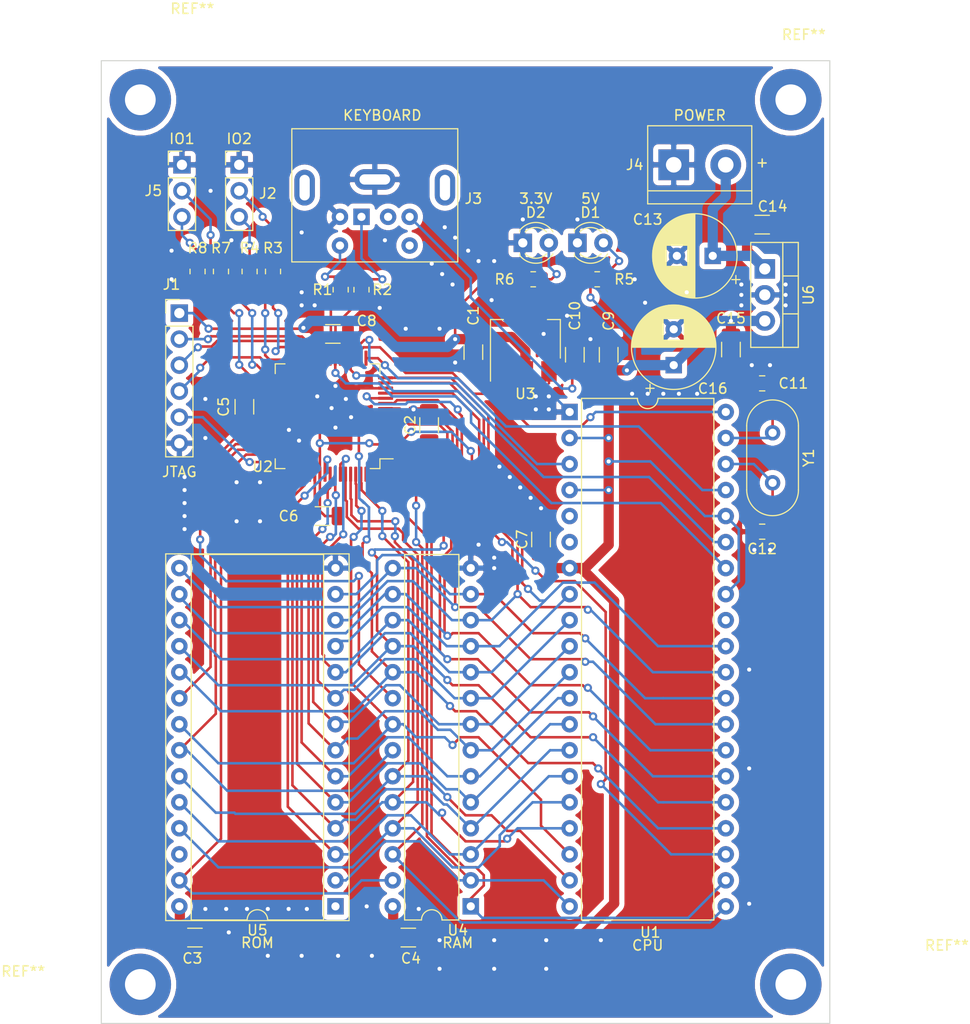
<source format=kicad_pcb>
(kicad_pcb (version 20171130) (host pcbnew 5.1.9-73d0e3b20d~88~ubuntu18.04.1)
  (layers (0 F.Cu signal) (31 B.Cu signal) (34 B.Paste user) (35 F.Paste user hide) (36 B.SilkS user hide) (37 F.SilkS user) (38 B.Mask user) (39 F.Mask user hide) (44 Edge.Cuts user))
  (net 0 "")
  (net 1 GND)
  (net 2 +3V3)
  (net 3 +5V)
  (net 4 "Net-(C11-Pad1)")
  (net 5 "Net-(C12-Pad1)")
  (net 6 "Net-(J1-Pad5)")
  (net 7 "Net-(J1-Pad4)")
  (net 8 "Net-(J1-Pad3)")
  (net 9 "Net-(J1-Pad2)")
  (net 10 "Net-(J2-Pad3)")
  (net 11 "Net-(J2-Pad2)")
  (net 12 /A12)
  (net 13 /A11)
  (net 14 /A10)
  (net 15 /A9)
  (net 16 /A8)
  (net 17 /A7)
  (net 18 /A6)
  (net 19 /A5)
  (net 20 RW)
  (net 21 /A4)
  (net 22 /D0)
  (net 23 /A3)
  (net 24 /D1)
  (net 25 /A2)
  (net 26 /D2)
  (net 27 /A1)
  (net 28 /D3)
  (net 29 /A0)
  (net 30 /D4)
  (net 31 /D5)
  (net 32 "Net-(U1-Pad6)")
  (net 33 /D6)
  (net 34 "Net-(U1-Pad5)")
  (net 35 /D7)
  (net 36 /A15)
  (net 37 /A14)
  (net 38 /A13)
  (net 39 "Net-(U2-Pad43)")
  (net 40 "Net-(U2-Pad42)")
  (net 41 ROM)
  (net 42 R)
  (net 43 W)
  (net 44 "Net-(U2-Pad27)")
  (net 45 RAM)
  (net 46 "Net-(U5-Pad26)")
  (net 47 "Net-(U5-Pad1)")
  (net 48 "Net-(U2-Pad40)")
  (net 49 "Net-(U2-Pad39)")
  (net 50 "Net-(U2-Pad38)")
  (net 51 "Net-(U2-Pad36)")
  (net 52 "Net-(U2-Pad35)")
  (net 53 "Net-(U2-Pad7)")
  (net 54 "Net-(U2-Pad6)")
  (net 55 "Net-(U2-Pad5)")
  (net 56 "Net-(J3-Pad6)")
  (net 57 "Net-(J3-Pad5)")
  (net 58 "Net-(J3-Pad2)")
  (net 59 "Net-(J3-Pad1)")
  (net 60 "Net-(R1-Pad2)")
  (net 61 "Net-(R2-Pad2)")
  (net 62 "Net-(R3-Pad2)")
  (net 63 "Net-(R4-Pad2)")
  (net 64 HALT)
  (net 65 RESET)
  (net 66 Q)
  (net 67 E)
  (net 68 IRQ)
  (net 69 "Net-(U2-Pad22)")
  (net 70 "Net-(C13-Pad1)")
  (net 71 "Net-(D1-Pad2)")
  (net 72 "Net-(D2-Pad2)")
  (net 73 "Net-(J5-Pad3)")
  (net 74 "Net-(J5-Pad2)")
  (net 75 "Net-(R7-Pad2)")
  (net 76 "Net-(R8-Pad2)")
  (module MountingHole:MountingHole_3mm_Pad_TopBottom (layer F.Cu) (at 120.65 49.53)
    (fp_text reference REF** (at 1.27 -6.35) (layer F.SilkS))
    (fp_text value MountingHole_3mm_Pad_TopBottom)
    (pad 1 connect circle (at 0 0) (size 6 6) (layers B.Cu B.Mask))
    (pad 1 connect circle (at 0 0) (size 6 6) (layers F.Cu F.Mask))
    (pad 1 thru_hole circle (at 0 0) (size 3.4 3.4) (drill 3) (layers *.Cu *.Mask))
  )
  (module MountingHole:MountingHole_3mm_Pad_TopBottom (layer F.Cu) (at 57.15 49.53)
    (fp_text reference REF** (at 5.08 -8.89) (layer F.SilkS))
    (fp_text value MountingHole_3mm_Pad_TopBottom)
    (pad 1 connect circle (at 0 0) (size 6 6) (layers B.Cu B.Mask))
    (pad 1 connect circle (at 0 0) (size 6 6) (layers F.Cu F.Mask))
    (pad 1 thru_hole circle (at 0 0) (size 3.4 3.4) (drill 3) (layers *.Cu *.Mask))
  )
  (module MountingHole:MountingHole_3mm_Pad_TopBottom (layer F.Cu) (at 120.65 135.89)
    (fp_text reference REF** (at 15.24 -3.81) (layer F.SilkS))
    (fp_text value MountingHole_3mm_Pad_TopBottom)
    (pad 1 connect circle (at 0 0) (size 6 6) (layers B.Cu B.Mask))
    (pad 1 connect circle (at 0 0) (size 6 6) (layers F.Cu F.Mask))
    (pad 1 thru_hole circle (at 0 0) (size 3.4 3.4) (drill 3) (layers *.Cu *.Mask))
  )
  (module MountingHole:MountingHole_3mm_Pad_TopBottom (layer F.Cu) (at 57.15 135.89)
    (fp_text reference REF** (at -11.43 -1.27) (layer F.SilkS))
    (fp_text value MountingHole_3mm_Pad_TopBottom)
    (pad 1 connect circle (at 0 0) (size 6 6) (layers B.Cu B.Mask))
    (pad 1 connect circle (at 0 0) (size 6 6) (layers F.Cu F.Mask))
    (pad 1 thru_hole circle (at 0 0) (size 3.4 3.4) (drill 3) (layers *.Cu *.Mask))
  )
  (module Package_DIP:DIP-28_W15.24mm_Socket (layer F.Cu) (at 76.2 128.27 180)
    (fp_text reference U5 (at 7.62 -2.33) (layer F.SilkS))
    (fp_text value 28C256)
    (pad 28 thru_hole oval (at 15.24 0 180) (size 1.6 1.6) (drill 0.8) (layers *.Cu *.Mask) (net 3 +5V))
    (pad 14 thru_hole oval (at 0 33.02 180) (size 1.6 1.6) (drill 0.8) (layers *.Cu *.Mask) (net 1 GND))
    (pad 27 thru_hole oval (at 15.24 2.54 180) (size 1.6 1.6) (drill 0.8) (layers *.Cu *.Mask) (net 43 W))
    (pad 13 thru_hole oval (at 0 30.48 180) (size 1.6 1.6) (drill 0.8) (layers *.Cu *.Mask) (net 26 /D2))
    (pad 26 thru_hole oval (at 15.24 5.08 180) (size 1.6 1.6) (drill 0.8) (layers *.Cu *.Mask) (net 46 "Net-(U5-Pad26)"))
    (pad 12 thru_hole oval (at 0 27.94 180) (size 1.6 1.6) (drill 0.8) (layers *.Cu *.Mask) (net 24 /D1))
    (pad 25 thru_hole oval (at 15.24 7.62 180) (size 1.6 1.6) (drill 0.8) (layers *.Cu *.Mask) (net 16 /A8))
    (pad 11 thru_hole oval (at 0 25.4 180) (size 1.6 1.6) (drill 0.8) (layers *.Cu *.Mask) (net 22 /D0))
    (pad 24 thru_hole oval (at 15.24 10.16 180) (size 1.6 1.6) (drill 0.8) (layers *.Cu *.Mask) (net 15 /A9))
    (pad 10 thru_hole oval (at 0 22.86 180) (size 1.6 1.6) (drill 0.8) (layers *.Cu *.Mask) (net 29 /A0))
    (pad 23 thru_hole oval (at 15.24 12.7 180) (size 1.6 1.6) (drill 0.8) (layers *.Cu *.Mask) (net 13 /A11))
    (pad 9 thru_hole oval (at 0 20.32 180) (size 1.6 1.6) (drill 0.8) (layers *.Cu *.Mask) (net 27 /A1))
    (pad 22 thru_hole oval (at 15.24 15.24 180) (size 1.6 1.6) (drill 0.8) (layers *.Cu *.Mask) (net 42 R))
    (pad 8 thru_hole oval (at 0 17.78 180) (size 1.6 1.6) (drill 0.8) (layers *.Cu *.Mask) (net 25 /A2))
    (pad 21 thru_hole oval (at 15.24 17.78 180) (size 1.6 1.6) (drill 0.8) (layers *.Cu *.Mask) (net 14 /A10))
    (pad 7 thru_hole oval (at 0 15.24 180) (size 1.6 1.6) (drill 0.8) (layers *.Cu *.Mask) (net 23 /A3))
    (pad 20 thru_hole oval (at 15.24 20.32 180) (size 1.6 1.6) (drill 0.8) (layers *.Cu *.Mask) (net 41 ROM))
    (pad 6 thru_hole oval (at 0 12.7 180) (size 1.6 1.6) (drill 0.8) (layers *.Cu *.Mask) (net 21 /A4))
    (pad 19 thru_hole oval (at 15.24 22.86 180) (size 1.6 1.6) (drill 0.8) (layers *.Cu *.Mask) (net 35 /D7))
    (pad 5 thru_hole oval (at 0 10.16 180) (size 1.6 1.6) (drill 0.8) (layers *.Cu *.Mask) (net 19 /A5))
    (pad 18 thru_hole oval (at 15.24 25.4 180) (size 1.6 1.6) (drill 0.8) (layers *.Cu *.Mask) (net 33 /D6))
    (pad 4 thru_hole oval (at 0 7.62 180) (size 1.6 1.6) (drill 0.8) (layers *.Cu *.Mask) (net 18 /A6))
    (pad 17 thru_hole oval (at 15.24 27.94 180) (size 1.6 1.6) (drill 0.8) (layers *.Cu *.Mask) (net 31 /D5))
    (pad 3 thru_hole oval (at 0 5.08 180) (size 1.6 1.6) (drill 0.8) (layers *.Cu *.Mask) (net 17 /A7))
    (pad 16 thru_hole oval (at 15.24 30.48 180) (size 1.6 1.6) (drill 0.8) (layers *.Cu *.Mask) (net 30 /D4))
    (pad 2 thru_hole oval (at 0 2.54 180) (size 1.6 1.6) (drill 0.8) (layers *.Cu *.Mask) (net 12 /A12))
    (pad 15 thru_hole oval (at 15.24 33.02 180) (size 1.6 1.6) (drill 0.8) (layers *.Cu *.Mask) (net 28 /D3))
    (pad 1 thru_hole rect (at 0 0 180) (size 1.6 1.6) (drill 0.8) (layers *.Cu *.Mask) (net 47 "Net-(U5-Pad1)"))
  )
  (module Resistor_SMD:R_0805_2012Metric (layer F.Cu) (at 62.738 66.294 270)
    (fp_text reference R8 (at -2.286 0 180) (layer F.SilkS))
    (fp_text value 100R)
    (pad 2 smd roundrect (at 0.9125 0 270) (size 1.025 1.4) (layers F.Cu F.Paste F.Mask) (roundrect_rratio 0.2439014634146341) (net 76 "Net-(R8-Pad2)"))
    (pad 1 smd roundrect (at -0.9125 0 270) (size 1.025 1.4) (layers F.Cu F.Paste F.Mask) (roundrect_rratio 0.2439014634146341) (net 73 "Net-(J5-Pad3)"))
  )
  (module Resistor_SMD:R_0805_2012Metric (layer F.Cu) (at 65.024 66.294 270)
    (fp_text reference R7 (at -2.286 0 180) (layer F.SilkS))
    (fp_text value 100R)
    (pad 2 smd roundrect (at 0.9125 0 270) (size 1.025 1.4) (layers F.Cu F.Paste F.Mask) (roundrect_rratio 0.2439014634146341) (net 75 "Net-(R7-Pad2)"))
    (pad 1 smd roundrect (at -0.9125 0 270) (size 1.025 1.4) (layers F.Cu F.Paste F.Mask) (roundrect_rratio 0.2439014634146341) (net 74 "Net-(J5-Pad2)"))
  )
  (module Connector_PinHeader_2.54mm:PinHeader_1x03_P2.54mm_Vertical (layer F.Cu) (at 61.214 55.88)
    (fp_text reference J5 (at -2.794 2.54) (layer F.SilkS))
    (fp_text value Conn_01x03_Male)
    (pad 3 thru_hole oval (at 0 5.08) (size 1.7 1.7) (drill 1) (layers *.Cu *.Mask) (net 73 "Net-(J5-Pad3)"))
    (pad 2 thru_hole oval (at 0 2.54) (size 1.7 1.7) (drill 1) (layers *.Cu *.Mask) (net 74 "Net-(J5-Pad2)"))
    (pad 1 thru_hole rect (at 0 0) (size 1.7 1.7) (drill 1) (layers *.Cu *.Mask) (net 1 GND))
  )
  (module TerminalBlock:TerminalBlock_bornier-2_P5.08mm (layer F.Cu) (at 109.22 55.88)
    (fp_text reference J4 (at -3.81 0) (layer F.SilkS))
    (fp_text value Screw_Terminal_01x02)
    (pad 2 thru_hole circle (at 5.08 0) (size 3 3) (drill 1.52) (layers *.Cu *.Mask) (net 70 "Net-(C13-Pad1)"))
    (pad 1 thru_hole rect (at 0 0) (size 3 3) (drill 1.52) (layers *.Cu *.Mask) (net 1 GND))
  )
  (module Package_TO_SOT_THT:TO-220-3_Vertical (layer F.Cu) (at 118.11 66.04 270)
    (fp_text reference U6 (at 2.54 -4.27 90) (layer F.SilkS))
    (fp_text value LM7805_TO220)
    (pad 3 thru_hole oval (at 5.08 0 270) (size 1.905 2) (drill 1.1) (layers *.Cu *.Mask) (net 3 +5V))
    (pad 2 thru_hole oval (at 2.54 0 270) (size 1.905 2) (drill 1.1) (layers *.Cu *.Mask) (net 1 GND))
    (pad 1 thru_hole rect (at 0 0 270) (size 1.905 2) (drill 1.1) (layers *.Cu *.Mask) (net 70 "Net-(C13-Pad1)"))
  )
  (module Resistor_SMD:R_0805_2012Metric (layer F.Cu) (at 95.504 67.056)
    (fp_text reference R6 (at -2.794 0) (layer F.SilkS))
    (fp_text value 1k)
    (pad 2 smd roundrect (at 0.9125 0) (size 1.025 1.4) (layers F.Cu F.Paste F.Mask) (roundrect_rratio 0.2439014634146341) (net 72 "Net-(D2-Pad2)"))
    (pad 1 smd roundrect (at -0.9125 0) (size 1.025 1.4) (layers F.Cu F.Paste F.Mask) (roundrect_rratio 0.2439014634146341) (net 2 +3V3))
  )
  (module Resistor_SMD:R_0805_2012Metric (layer F.Cu) (at 101.7505 67.056)
    (fp_text reference R5 (at 2.6435 0) (layer F.SilkS))
    (fp_text value 1k)
    (pad 2 smd roundrect (at 0.9125 0) (size 1.025 1.4) (layers F.Cu F.Paste F.Mask) (roundrect_rratio 0.2439014634146341) (net 71 "Net-(D1-Pad2)"))
    (pad 1 smd roundrect (at -0.9125 0) (size 1.025 1.4) (layers F.Cu F.Paste F.Mask) (roundrect_rratio 0.2439014634146341) (net 3 +5V))
  )
  (module LED_THT:LED_D3.0mm (layer F.Cu) (at 94.488 63.5)
    (fp_text reference D2 (at 1.27 -2.96) (layer F.SilkS))
    (fp_text value LED)
    (pad 2 thru_hole circle (at 2.54 0) (size 1.8 1.8) (drill 0.9) (layers *.Cu *.Mask) (net 72 "Net-(D2-Pad2)"))
    (pad 1 thru_hole rect (at 0 0) (size 1.8 1.8) (drill 0.9) (layers *.Cu *.Mask) (net 1 GND))
  )
  (module LED_THT:LED_D3.0mm (layer F.Cu) (at 99.822 63.5)
    (fp_text reference D1 (at 1.27 -2.96) (layer F.SilkS))
    (fp_text value LED)
    (pad 2 thru_hole circle (at 2.54 0) (size 1.8 1.8) (drill 0.9) (layers *.Cu *.Mask) (net 71 "Net-(D1-Pad2)"))
    (pad 1 thru_hole rect (at 0 0) (size 1.8 1.8) (drill 0.9) (layers *.Cu *.Mask) (net 1 GND))
  )
  (module Capacitor_THT:CP_Radial_D8.0mm_P3.50mm (layer F.Cu) (at 109.22 75.438 90)
    (fp_text reference C16 (at -2.286 3.81 180) (layer F.SilkS))
    (fp_text value 1000u)
    (pad 2 thru_hole circle (at 3.5 0 90) (size 1.6 1.6) (drill 0.8) (layers *.Cu *.Mask) (net 1 GND))
    (pad 1 thru_hole rect (at 0 0 90) (size 1.6 1.6) (drill 0.8) (layers *.Cu *.Mask) (net 3 +5V))
  )
  (module Capacitor_SMD:C_1206_3216Metric (layer F.Cu) (at 114.808 73.914 270)
    (fp_text reference C15 (at -3.048 0 180) (layer F.SilkS))
    (fp_text value 100n)
    (pad 2 smd roundrect (at 1.475 0 270) (size 1.15 1.8) (layers F.Cu F.Paste F.Mask) (roundrect_rratio 0.2173904347826087) (net 1 GND))
    (pad 1 smd roundrect (at -1.475 0 270) (size 1.15 1.8) (layers F.Cu F.Paste F.Mask) (roundrect_rratio 0.2173904347826087) (net 3 +5V))
  )
  (module Capacitor_SMD:C_1206_3216Metric (layer F.Cu) (at 117.856 61.722)
    (fp_text reference C14 (at 1.016 -1.778) (layer F.SilkS))
    (fp_text value 100n)
    (pad 2 smd roundrect (at 1.475 0) (size 1.15 1.8) (layers F.Cu F.Paste F.Mask) (roundrect_rratio 0.2173904347826087) (net 1 GND))
    (pad 1 smd roundrect (at -1.475 0) (size 1.15 1.8) (layers F.Cu F.Paste F.Mask) (roundrect_rratio 0.2173904347826087) (net 70 "Net-(C13-Pad1)"))
  )
  (module Capacitor_THT:CP_Radial_D8.0mm_P3.50mm (layer F.Cu) (at 113.03 64.77 180)
    (fp_text reference C13 (at 6.35 3.556) (layer F.SilkS))
    (fp_text value 1000u)
    (pad 2 thru_hole circle (at 3.5 0 180) (size 1.6 1.6) (drill 0.8) (layers *.Cu *.Mask) (net 1 GND))
    (pad 1 thru_hole rect (at 0 0 180) (size 1.6 1.6) (drill 0.8) (layers *.Cu *.Mask) (net 70 "Net-(C13-Pad1)"))
  )
  (module Crystal:Crystal_HC49-U_Vertical (layer F.Cu) (at 118.872 82.042 270)
    (fp_text reference Y1 (at 2.44 -3.525 90) (layer F.SilkS))
    (fp_text value Crystal)
    (pad 2 thru_hole circle (at 4.88 0 270) (size 1.5 1.5) (drill 0.8) (layers *.Cu *.Mask) (net 5 "Net-(C12-Pad1)"))
    (pad 1 thru_hole circle (at 0 0 270) (size 1.5 1.5) (drill 0.8) (layers *.Cu *.Mask) (net 4 "Net-(C11-Pad1)"))
  )
  (module Resistor_SMD:R_0805_2012Metric (layer F.Cu) (at 67.818 66.294 270)
    (fp_text reference R4 (at -2.286 0 180) (layer F.SilkS))
    (fp_text value 100R)
    (pad 2 smd roundrect (at 0.9125 0 270) (size 1.025 1.4) (layers F.Cu F.Paste F.Mask) (roundrect_rratio 0.2439014634146341) (net 63 "Net-(R4-Pad2)"))
    (pad 1 smd roundrect (at -0.9125 0 270) (size 1.025 1.4) (layers F.Cu F.Paste F.Mask) (roundrect_rratio 0.2439014634146341) (net 10 "Net-(J2-Pad3)"))
  )
  (module Resistor_SMD:R_0805_2012Metric (layer F.Cu) (at 70.104 66.294 270)
    (fp_text reference R3 (at -2.286 0 180) (layer F.SilkS))
    (fp_text value 100R)
    (pad 2 smd roundrect (at 0.9125 0 270) (size 1.025 1.4) (layers F.Cu F.Paste F.Mask) (roundrect_rratio 0.2439014634146341) (net 62 "Net-(R3-Pad2)"))
    (pad 1 smd roundrect (at -0.9125 0 270) (size 1.025 1.4) (layers F.Cu F.Paste F.Mask) (roundrect_rratio 0.2439014634146341) (net 11 "Net-(J2-Pad2)"))
  )
  (module Resistor_SMD:R_0805_2012Metric (layer F.Cu) (at 78.74 68.072 270)
    (fp_text reference R2 (at 0 -2.032 180) (layer F.SilkS))
    (fp_text value 100R)
    (pad 2 smd roundrect (at 0.9125 0 270) (size 1.025 1.4) (layers F.Cu F.Paste F.Mask) (roundrect_rratio 0.2439014634146341) (net 61 "Net-(R2-Pad2)"))
    (pad 1 smd roundrect (at -0.9125 0 270) (size 1.025 1.4) (layers F.Cu F.Paste F.Mask) (roundrect_rratio 0.2439014634146341) (net 59 "Net-(J3-Pad1)"))
  )
  (module Resistor_SMD:R_0805_2012Metric (layer F.Cu) (at 76.708 68.072 270)
    (fp_text reference R1 (at 0 1.778 180) (layer F.SilkS))
    (fp_text value 100R)
    (pad 2 smd roundrect (at 0.9125 0 270) (size 1.025 1.4) (layers F.Cu F.Paste F.Mask) (roundrect_rratio 0.2439014634146341) (net 60 "Net-(R1-Pad2)"))
    (pad 1 smd roundrect (at -0.9125 0 270) (size 1.025 1.4) (layers F.Cu F.Paste F.Mask) (roundrect_rratio 0.2439014634146341) (net 57 "Net-(J3-Pad5)"))
  )
  (module custom:Connector_Mini-DIN_Female_6Pin_2rows (layer F.Cu) (at 78.74 60.96 180)
    (fp_text reference J3 (at -10.922 1.778) (layer F.SilkS))
    (fp_text value Mini-DIN-6)
    (pad 7 thru_hole oval (at -1.3 3.65 180) (size 4 2) (drill oval 3 1) (layers *.Cu *.Mask))
    (pad 6 thru_hole circle (at -4.7 -2.8 180) (size 1.6 1.6) (drill 0.8) (layers *.Cu *.Mask) (net 56 "Net-(J3-Pad6)"))
    (pad 5 thru_hole circle (at 2.1 -2.8 180) (size 1.6 1.6) (drill 0.8) (layers *.Cu *.Mask) (net 57 "Net-(J3-Pad5)"))
    (pad 4 thru_hole circle (at -4.7 0 180) (size 1.6 1.6) (drill 0.8) (layers *.Cu *.Mask) (net 3 +5V))
    (pad 3 thru_hole circle (at 2.1 0 180) (size 1.6 1.6) (drill 0.8) (layers *.Cu *.Mask) (net 1 GND))
    (pad 2 thru_hole circle (at -2.6 0 180) (size 1.6 1.6) (drill 0.8) (layers *.Cu *.Mask) (net 58 "Net-(J3-Pad2)"))
    (pad 1 thru_hole rect (at 0 0 180) (size 1.6 1.6) (drill 0.8) (layers *.Cu *.Mask) (net 59 "Net-(J3-Pad1)"))
    (pad 7 thru_hole oval (at 5.55 2.85 180) (size 2 3.5) (drill oval 1 2.5) (layers *.Cu *.Mask))
    (pad 7 thru_hole oval (at -8.15 2.85 180) (size 2 3.5) (drill oval 1 2.5) (layers *.Cu *.Mask))
  )
  (module Capacitor_SMD:C_1206_3216Metric (layer F.Cu) (at 74.93 90.17 180)
    (fp_text reference C6 (at 3.302 0) (layer F.SilkS))
    (fp_text value 100n)
    (pad 2 smd roundrect (at 1.475 0 180) (size 1.15 1.8) (layers F.Cu F.Paste F.Mask) (roundrect_rratio 0.2173904347826087) (net 1 GND))
    (pad 1 smd roundrect (at -1.475 0 180) (size 1.15 1.8) (layers F.Cu F.Paste F.Mask) (roundrect_rratio 0.2173904347826087) (net 2 +3V3))
  )
  (module Package_DIP:DIP-40_W15.24mm (layer F.Cu) (at 99.06 80.01)
    (fp_text reference U1 (at 7.874 50.8) (layer F.SilkS))
    (fp_text value MC6809)
    (pad 40 thru_hole oval (at 15.24 0) (size 1.6 1.6) (drill 0.8) (layers *.Cu *.Mask) (net 64 HALT))
    (pad 20 thru_hole oval (at 0 48.26) (size 1.6 1.6) (drill 0.8) (layers *.Cu *.Mask) (net 12 /A12))
    (pad 39 thru_hole oval (at 15.24 2.54) (size 1.6 1.6) (drill 0.8) (layers *.Cu *.Mask) (net 4 "Net-(C11-Pad1)"))
    (pad 19 thru_hole oval (at 0 45.72) (size 1.6 1.6) (drill 0.8) (layers *.Cu *.Mask) (net 13 /A11))
    (pad 38 thru_hole oval (at 15.24 5.08) (size 1.6 1.6) (drill 0.8) (layers *.Cu *.Mask) (net 5 "Net-(C12-Pad1)"))
    (pad 18 thru_hole oval (at 0 43.18) (size 1.6 1.6) (drill 0.8) (layers *.Cu *.Mask) (net 14 /A10))
    (pad 37 thru_hole oval (at 15.24 7.62) (size 1.6 1.6) (drill 0.8) (layers *.Cu *.Mask) (net 65 RESET))
    (pad 17 thru_hole oval (at 0 40.64) (size 1.6 1.6) (drill 0.8) (layers *.Cu *.Mask) (net 15 /A9))
    (pad 36 thru_hole oval (at 15.24 10.16) (size 1.6 1.6) (drill 0.8) (layers *.Cu *.Mask) (net 3 +5V))
    (pad 16 thru_hole oval (at 0 38.1) (size 1.6 1.6) (drill 0.8) (layers *.Cu *.Mask) (net 16 /A8))
    (pad 35 thru_hole oval (at 15.24 12.7) (size 1.6 1.6) (drill 0.8) (layers *.Cu *.Mask) (net 66 Q))
    (pad 15 thru_hole oval (at 0 35.56) (size 1.6 1.6) (drill 0.8) (layers *.Cu *.Mask) (net 17 /A7))
    (pad 34 thru_hole oval (at 15.24 15.24) (size 1.6 1.6) (drill 0.8) (layers *.Cu *.Mask) (net 67 E))
    (pad 14 thru_hole oval (at 0 33.02) (size 1.6 1.6) (drill 0.8) (layers *.Cu *.Mask) (net 18 /A6))
    (pad 33 thru_hole oval (at 15.24 17.78) (size 1.6 1.6) (drill 0.8) (layers *.Cu *.Mask) (net 3 +5V))
    (pad 13 thru_hole oval (at 0 30.48) (size 1.6 1.6) (drill 0.8) (layers *.Cu *.Mask) (net 19 /A5))
    (pad 32 thru_hole oval (at 15.24 20.32) (size 1.6 1.6) (drill 0.8) (layers *.Cu *.Mask) (net 20 RW))
    (pad 12 thru_hole oval (at 0 27.94) (size 1.6 1.6) (drill 0.8) (layers *.Cu *.Mask) (net 21 /A4))
    (pad 31 thru_hole oval (at 15.24 22.86) (size 1.6 1.6) (drill 0.8) (layers *.Cu *.Mask) (net 22 /D0))
    (pad 11 thru_hole oval (at 0 25.4) (size 1.6 1.6) (drill 0.8) (layers *.Cu *.Mask) (net 23 /A3))
    (pad 30 thru_hole oval (at 15.24 25.4) (size 1.6 1.6) (drill 0.8) (layers *.Cu *.Mask) (net 24 /D1))
    (pad 10 thru_hole oval (at 0 22.86) (size 1.6 1.6) (drill 0.8) (layers *.Cu *.Mask) (net 25 /A2))
    (pad 29 thru_hole oval (at 15.24 27.94) (size 1.6 1.6) (drill 0.8) (layers *.Cu *.Mask) (net 26 /D2))
    (pad 9 thru_hole oval (at 0 20.32) (size 1.6 1.6) (drill 0.8) (layers *.Cu *.Mask) (net 27 /A1))
    (pad 28 thru_hole oval (at 15.24 30.48) (size 1.6 1.6) (drill 0.8) (layers *.Cu *.Mask) (net 28 /D3))
    (pad 8 thru_hole oval (at 0 17.78) (size 1.6 1.6) (drill 0.8) (layers *.Cu *.Mask) (net 29 /A0))
    (pad 27 thru_hole oval (at 15.24 33.02) (size 1.6 1.6) (drill 0.8) (layers *.Cu *.Mask) (net 30 /D4))
    (pad 7 thru_hole oval (at 0 15.24) (size 1.6 1.6) (drill 0.8) (layers *.Cu *.Mask) (net 3 +5V))
    (pad 26 thru_hole oval (at 15.24 35.56) (size 1.6 1.6) (drill 0.8) (layers *.Cu *.Mask) (net 31 /D5))
    (pad 6 thru_hole oval (at 0 12.7) (size 1.6 1.6) (drill 0.8) (layers *.Cu *.Mask) (net 32 "Net-(U1-Pad6)"))
    (pad 25 thru_hole oval (at 15.24 38.1) (size 1.6 1.6) (drill 0.8) (layers *.Cu *.Mask) (net 33 /D6))
    (pad 5 thru_hole oval (at 0 10.16) (size 1.6 1.6) (drill 0.8) (layers *.Cu *.Mask) (net 34 "Net-(U1-Pad5)"))
    (pad 24 thru_hole oval (at 15.24 40.64) (size 1.6 1.6) (drill 0.8) (layers *.Cu *.Mask) (net 35 /D7))
    (pad 4 thru_hole oval (at 0 7.62) (size 1.6 1.6) (drill 0.8) (layers *.Cu *.Mask) (net 3 +5V))
    (pad 23 thru_hole oval (at 15.24 43.18) (size 1.6 1.6) (drill 0.8) (layers *.Cu *.Mask) (net 36 /A15))
    (pad 3 thru_hole oval (at 0 5.08) (size 1.6 1.6) (drill 0.8) (layers *.Cu *.Mask) (net 68 IRQ))
    (pad 22 thru_hole oval (at 15.24 45.72) (size 1.6 1.6) (drill 0.8) (layers *.Cu *.Mask) (net 37 /A14))
    (pad 2 thru_hole oval (at 0 2.54) (size 1.6 1.6) (drill 0.8) (layers *.Cu *.Mask) (net 3 +5V))
    (pad 21 thru_hole oval (at 15.24 48.26) (size 1.6 1.6) (drill 0.8) (layers *.Cu *.Mask) (net 38 /A13))
    (pad 1 thru_hole rect (at 0 0) (size 1.6 1.6) (drill 0.8) (layers *.Cu *.Mask) (net 1 GND))
  )
  (module Package_DIP:DIP-28_W7.62mm (layer F.Cu) (at 89.408 128.27 180)
    (fp_text reference U4 (at 1.27 -2.33) (layer F.SilkS))
    (fp_text value UM61256)
    (pad 28 thru_hole oval (at 7.62 0 180) (size 1.6 1.6) (drill 0.8) (layers *.Cu *.Mask) (net 3 +5V))
    (pad 14 thru_hole oval (at 0 33.02 180) (size 1.6 1.6) (drill 0.8) (layers *.Cu *.Mask) (net 1 GND))
    (pad 27 thru_hole oval (at 7.62 2.54 180) (size 1.6 1.6) (drill 0.8) (layers *.Cu *.Mask) (net 43 W))
    (pad 13 thru_hole oval (at 0 30.48 180) (size 1.6 1.6) (drill 0.8) (layers *.Cu *.Mask) (net 26 /D2))
    (pad 26 thru_hole oval (at 7.62 5.08 180) (size 1.6 1.6) (drill 0.8) (layers *.Cu *.Mask) (net 38 /A13))
    (pad 12 thru_hole oval (at 0 27.94 180) (size 1.6 1.6) (drill 0.8) (layers *.Cu *.Mask) (net 24 /D1))
    (pad 25 thru_hole oval (at 7.62 7.62 180) (size 1.6 1.6) (drill 0.8) (layers *.Cu *.Mask) (net 16 /A8))
    (pad 11 thru_hole oval (at 0 25.4 180) (size 1.6 1.6) (drill 0.8) (layers *.Cu *.Mask) (net 22 /D0))
    (pad 24 thru_hole oval (at 7.62 10.16 180) (size 1.6 1.6) (drill 0.8) (layers *.Cu *.Mask) (net 15 /A9))
    (pad 10 thru_hole oval (at 0 22.86 180) (size 1.6 1.6) (drill 0.8) (layers *.Cu *.Mask) (net 29 /A0))
    (pad 23 thru_hole oval (at 7.62 12.7 180) (size 1.6 1.6) (drill 0.8) (layers *.Cu *.Mask) (net 13 /A11))
    (pad 9 thru_hole oval (at 0 20.32 180) (size 1.6 1.6) (drill 0.8) (layers *.Cu *.Mask) (net 27 /A1))
    (pad 22 thru_hole oval (at 7.62 15.24 180) (size 1.6 1.6) (drill 0.8) (layers *.Cu *.Mask) (net 42 R))
    (pad 8 thru_hole oval (at 0 17.78 180) (size 1.6 1.6) (drill 0.8) (layers *.Cu *.Mask) (net 25 /A2))
    (pad 21 thru_hole oval (at 7.62 17.78 180) (size 1.6 1.6) (drill 0.8) (layers *.Cu *.Mask) (net 14 /A10))
    (pad 7 thru_hole oval (at 0 15.24 180) (size 1.6 1.6) (drill 0.8) (layers *.Cu *.Mask) (net 23 /A3))
    (pad 20 thru_hole oval (at 7.62 20.32 180) (size 1.6 1.6) (drill 0.8) (layers *.Cu *.Mask) (net 45 RAM))
    (pad 6 thru_hole oval (at 0 12.7 180) (size 1.6 1.6) (drill 0.8) (layers *.Cu *.Mask) (net 21 /A4))
    (pad 19 thru_hole oval (at 7.62 22.86 180) (size 1.6 1.6) (drill 0.8) (layers *.Cu *.Mask) (net 35 /D7))
    (pad 5 thru_hole oval (at 0 10.16 180) (size 1.6 1.6) (drill 0.8) (layers *.Cu *.Mask) (net 19 /A5))
    (pad 18 thru_hole oval (at 7.62 25.4 180) (size 1.6 1.6) (drill 0.8) (layers *.Cu *.Mask) (net 33 /D6))
    (pad 4 thru_hole oval (at 0 7.62 180) (size 1.6 1.6) (drill 0.8) (layers *.Cu *.Mask) (net 18 /A6))
    (pad 17 thru_hole oval (at 7.62 27.94 180) (size 1.6 1.6) (drill 0.8) (layers *.Cu *.Mask) (net 31 /D5))
    (pad 3 thru_hole oval (at 0 5.08 180) (size 1.6 1.6) (drill 0.8) (layers *.Cu *.Mask) (net 17 /A7))
    (pad 16 thru_hole oval (at 7.62 30.48 180) (size 1.6 1.6) (drill 0.8) (layers *.Cu *.Mask) (net 30 /D4))
    (pad 2 thru_hole oval (at 0 2.54 180) (size 1.6 1.6) (drill 0.8) (layers *.Cu *.Mask) (net 12 /A12))
    (pad 15 thru_hole oval (at 7.62 33.02 180) (size 1.6 1.6) (drill 0.8) (layers *.Cu *.Mask) (net 28 /D3))
    (pad 1 thru_hole rect (at 0 0 180) (size 1.6 1.6) (drill 0.8) (layers *.Cu *.Mask) (net 37 /A14))
  )
  (module Package_TO_SOT_SMD:SOT-223-3_TabPin2 (layer F.Cu) (at 94.742 72.898 90)
    (fp_text reference U3 (at -5.334 0 180) (layer F.SilkS))
    (fp_text value NCP1117-3.3_SOT223)
    (pad 1 smd rect (at -3.15 -2.3 90) (size 2 1.5) (layers F.Cu F.Paste F.Mask) (net 1 GND))
    (pad 3 smd rect (at -3.15 2.3 90) (size 2 1.5) (layers F.Cu F.Paste F.Mask) (net 3 +5V))
    (pad 2 smd rect (at -3.15 0 90) (size 2 1.5) (layers F.Cu F.Paste F.Mask) (net 2 +3V3))
    (pad 2 smd rect (at 3.15 0 90) (size 2 3.8) (layers F.Cu F.Paste F.Mask) (net 2 +3V3))
  )
  (module Package_QFP:TQFP-64_10x10mm_P0.5mm (layer F.Cu) (at 75.43 80.422 180)
    (fp_text reference U2 (at 6.342 -4.922) (layer F.SilkS))
    (fp_text value XC9572XL-VQ64)
    (pad 64 smd roundrect (at -3.75 -5.6625 180) (size 0.3 1.475) (layers F.Cu F.Paste F.Mask) (net 12 /A12))
    (pad 63 smd roundrect (at -3.25 -5.6625 180) (size 0.3 1.475) (layers F.Cu F.Paste F.Mask) (net 13 /A11))
    (pad 62 smd roundrect (at -2.75 -5.6625 180) (size 0.3 1.475) (layers F.Cu F.Paste F.Mask) (net 14 /A10))
    (pad 61 smd roundrect (at -2.25 -5.6625 180) (size 0.3 1.475) (layers F.Cu F.Paste F.Mask) (net 15 /A9))
    (pad 60 smd roundrect (at -1.75 -5.6625 180) (size 0.3 1.475) (layers F.Cu F.Paste F.Mask) (net 16 /A8))
    (pad 59 smd roundrect (at -1.25 -5.6625 180) (size 0.3 1.475) (layers F.Cu F.Paste F.Mask) (net 29 /A0))
    (pad 58 smd roundrect (at -0.75 -5.6625 180) (size 0.3 1.475) (layers F.Cu F.Paste F.Mask) (net 27 /A1))
    (pad 57 smd roundrect (at -0.25 -5.6625 180) (size 0.3 1.475) (layers F.Cu F.Paste F.Mask) (net 25 /A2))
    (pad 56 smd roundrect (at 0.25 -5.6625 180) (size 0.3 1.475) (layers F.Cu F.Paste F.Mask) (net 23 /A3))
    (pad 55 smd roundrect (at 0.75 -5.6625 180) (size 0.3 1.475) (layers F.Cu F.Paste F.Mask) (net 2 +3V3))
    (pad 54 smd roundrect (at 1.25 -5.6625 180) (size 0.3 1.475) (layers F.Cu F.Paste F.Mask) (net 1 GND))
    (pad 53 smd roundrect (at 1.75 -5.6625 180) (size 0.3 1.475) (layers F.Cu F.Paste F.Mask) (net 6 "Net-(J1-Pad5)"))
    (pad 52 smd roundrect (at 2.25 -5.6625 180) (size 0.3 1.475) (layers F.Cu F.Paste F.Mask) (net 21 /A4))
    (pad 51 smd roundrect (at 2.75 -5.6625 180) (size 0.3 1.475) (layers F.Cu F.Paste F.Mask) (net 19 /A5))
    (pad 50 smd roundrect (at 3.25 -5.6625 180) (size 0.3 1.475) (layers F.Cu F.Paste F.Mask) (net 18 /A6))
    (pad 49 smd roundrect (at 3.75 -5.6625 180) (size 0.3 1.475) (layers F.Cu F.Paste F.Mask) (net 17 /A7))
    (pad 48 smd roundrect (at 5.6625 -3.75 180) (size 1.475 0.3) (layers F.Cu F.Paste F.Mask) (net 43 W))
    (pad 47 smd roundrect (at 5.6625 -3.25 180) (size 1.475 0.3) (layers F.Cu F.Paste F.Mask) (net 42 R))
    (pad 46 smd roundrect (at 5.6625 -2.75 180) (size 1.475 0.3) (layers F.Cu F.Paste F.Mask) (net 41 ROM))
    (pad 45 smd roundrect (at 5.6625 -2.25 180) (size 1.475 0.3) (layers F.Cu F.Paste F.Mask) (net 45 RAM))
    (pad 44 smd roundrect (at 5.6625 -1.75 180) (size 1.475 0.3) (layers F.Cu F.Paste F.Mask) (net 20 RW))
    (pad 43 smd roundrect (at 5.6625 -1.25 180) (size 1.475 0.3) (layers F.Cu F.Paste F.Mask) (net 39 "Net-(U2-Pad43)"))
    (pad 42 smd roundrect (at 5.6625 -0.75 180) (size 1.475 0.3) (layers F.Cu F.Paste F.Mask) (net 40 "Net-(U2-Pad42)"))
    (pad 41 smd roundrect (at 5.6625 -0.25 180) (size 1.475 0.3) (layers F.Cu F.Paste F.Mask) (net 1 GND))
    (pad 40 smd roundrect (at 5.6625 0.25 180) (size 1.475 0.3) (layers F.Cu F.Paste F.Mask) (net 48 "Net-(U2-Pad40)"))
    (pad 39 smd roundrect (at 5.6625 0.75 180) (size 1.475 0.3) (layers F.Cu F.Paste F.Mask) (net 49 "Net-(U2-Pad39)"))
    (pad 38 smd roundrect (at 5.6625 1.25 180) (size 1.475 0.3) (layers F.Cu F.Paste F.Mask) (net 50 "Net-(U2-Pad38)"))
    (pad 37 smd roundrect (at 5.6625 1.75 180) (size 1.475 0.3) (layers F.Cu F.Paste F.Mask) (net 2 +3V3))
    (pad 36 smd roundrect (at 5.6625 2.25 180) (size 1.475 0.3) (layers F.Cu F.Paste F.Mask) (net 51 "Net-(U2-Pad36)"))
    (pad 35 smd roundrect (at 5.6625 2.75 180) (size 1.475 0.3) (layers F.Cu F.Paste F.Mask) (net 52 "Net-(U2-Pad35)"))
    (pad 34 smd roundrect (at 5.6625 3.25 180) (size 1.475 0.3) (layers F.Cu F.Paste F.Mask) (net 76 "Net-(R8-Pad2)"))
    (pad 33 smd roundrect (at 5.6625 3.75 180) (size 1.475 0.3) (layers F.Cu F.Paste F.Mask) (net 75 "Net-(R7-Pad2)"))
    (pad 32 smd roundrect (at 3.75 5.6625 180) (size 0.3 1.475) (layers F.Cu F.Paste F.Mask) (net 63 "Net-(R4-Pad2)"))
    (pad 31 smd roundrect (at 3.25 5.6625 180) (size 0.3 1.475) (layers F.Cu F.Paste F.Mask) (net 62 "Net-(R3-Pad2)"))
    (pad 30 smd roundrect (at 2.75 5.6625 180) (size 0.3 1.475) (layers F.Cu F.Paste F.Mask) (net 7 "Net-(J1-Pad4)"))
    (pad 29 smd roundrect (at 2.25 5.6625 180) (size 0.3 1.475) (layers F.Cu F.Paste F.Mask) (net 8 "Net-(J1-Pad3)"))
    (pad 28 smd roundrect (at 1.75 5.6625 180) (size 0.3 1.475) (layers F.Cu F.Paste F.Mask) (net 9 "Net-(J1-Pad2)"))
    (pad 27 smd roundrect (at 1.25 5.6625 180) (size 0.3 1.475) (layers F.Cu F.Paste F.Mask) (net 44 "Net-(U2-Pad27)"))
    (pad 26 smd roundrect (at 0.75 5.6625 180) (size 0.3 1.475) (layers F.Cu F.Paste F.Mask) (net 2 +3V3))
    (pad 25 smd roundrect (at 0.25 5.6625 180) (size 0.3 1.475) (layers F.Cu F.Paste F.Mask) (net 60 "Net-(R1-Pad2)"))
    (pad 24 smd roundrect (at -0.25 5.6625 180) (size 0.3 1.475) (layers F.Cu F.Paste F.Mask) (net 61 "Net-(R2-Pad2)"))
    (pad 23 smd roundrect (at -0.75 5.6625 180) (size 0.3 1.475) (layers F.Cu F.Paste F.Mask) (net 67 E))
    (pad 22 smd roundrect (at -1.25 5.6625 180) (size 0.3 1.475) (layers F.Cu F.Paste F.Mask) (net 69 "Net-(U2-Pad22)"))
    (pad 21 smd roundrect (at -1.75 5.6625 180) (size 0.3 1.475) (layers F.Cu F.Paste F.Mask) (net 1 GND))
    (pad 20 smd roundrect (at -2.25 5.6625 180) (size 0.3 1.475) (layers F.Cu F.Paste F.Mask) (net 66 Q))
    (pad 19 smd roundrect (at -2.75 5.6625 180) (size 0.3 1.475) (layers F.Cu F.Paste F.Mask) (net 68 IRQ))
    (pad 18 smd roundrect (at -3.25 5.6625 180) (size 0.3 1.475) (layers F.Cu F.Paste F.Mask) (net 64 HALT))
    (pad 17 smd roundrect (at -3.75 5.6625 180) (size 0.3 1.475) (layers F.Cu F.Paste F.Mask) (net 65 RESET))
    (pad 16 smd roundrect (at -5.6625 3.75 180) (size 1.475 0.3) (layers F.Cu F.Paste F.Mask) (net 22 /D0))
    (pad 15 smd roundrect (at -5.6625 3.25 180) (size 1.475 0.3) (layers F.Cu F.Paste F.Mask) (net 24 /D1))
    (pad 14 smd roundrect (at -5.6625 2.75 180) (size 1.475 0.3) (layers F.Cu F.Paste F.Mask) (net 1 GND))
    (pad 13 smd roundrect (at -5.6625 2.25 180) (size 1.475 0.3) (layers F.Cu F.Paste F.Mask) (net 26 /D2))
    (pad 12 smd roundrect (at -5.6625 1.75 180) (size 1.475 0.3) (layers F.Cu F.Paste F.Mask) (net 28 /D3))
    (pad 11 smd roundrect (at -5.6625 1.25 180) (size 1.475 0.3) (layers F.Cu F.Paste F.Mask) (net 30 /D4))
    (pad 10 smd roundrect (at -5.6625 0.75 180) (size 1.475 0.3) (layers F.Cu F.Paste F.Mask) (net 31 /D5))
    (pad 9 smd roundrect (at -5.6625 0.25 180) (size 1.475 0.3) (layers F.Cu F.Paste F.Mask) (net 33 /D6))
    (pad 8 smd roundrect (at -5.6625 -0.25 180) (size 1.475 0.3) (layers F.Cu F.Paste F.Mask) (net 35 /D7))
    (pad 7 smd roundrect (at -5.6625 -0.75 180) (size 1.475 0.3) (layers F.Cu F.Paste F.Mask) (net 53 "Net-(U2-Pad7)"))
    (pad 6 smd roundrect (at -5.6625 -1.25 180) (size 1.475 0.3) (layers F.Cu F.Paste F.Mask) (net 54 "Net-(U2-Pad6)"))
    (pad 5 smd roundrect (at -5.6625 -1.75 180) (size 1.475 0.3) (layers F.Cu F.Paste F.Mask) (net 55 "Net-(U2-Pad5)"))
    (pad 4 smd roundrect (at -5.6625 -2.25 180) (size 1.475 0.3) (layers F.Cu F.Paste F.Mask) (net 36 /A15))
    (pad 3 smd roundrect (at -5.6625 -2.75 180) (size 1.475 0.3) (layers F.Cu F.Paste F.Mask) (net 2 +3V3))
    (pad 2 smd roundrect (at -5.6625 -3.25 180) (size 1.475 0.3) (layers F.Cu F.Paste F.Mask) (net 37 /A14))
    (pad 1 smd roundrect (at -5.6625 -3.75 180) (size 1.475 0.3) (layers F.Cu F.Paste F.Mask) (net 38 /A13))
  )
  (module Connector_PinHeader_2.54mm:PinHeader_1x03_P2.54mm_Vertical (layer F.Cu) (at 66.802 55.88)
    (fp_text reference J2 (at 2.794 2.794) (layer F.SilkS))
    (fp_text value Conn_01x03_Male)
    (pad 3 thru_hole oval (at 0 5.08) (size 1.7 1.7) (drill 1) (layers *.Cu *.Mask) (net 10 "Net-(J2-Pad3)"))
    (pad 2 thru_hole oval (at 0 2.54) (size 1.7 1.7) (drill 1) (layers *.Cu *.Mask) (net 11 "Net-(J2-Pad2)"))
    (pad 1 thru_hole rect (at 0 0) (size 1.7 1.7) (drill 1) (layers *.Cu *.Mask) (net 1 GND))
  )
  (module Connector_PinHeader_2.54mm:PinHeader_1x06_P2.54mm_Vertical (layer F.Cu) (at 60.96 70.358)
    (fp_text reference J1 (at -0.762 -2.794) (layer F.SilkS))
    (fp_text value Conn_01x06_Male)
    (pad 6 thru_hole oval (at 0 12.7) (size 1.7 1.7) (drill 1) (layers *.Cu *.Mask) (net 1 GND))
    (pad 5 thru_hole oval (at 0 10.16) (size 1.7 1.7) (drill 1) (layers *.Cu *.Mask) (net 6 "Net-(J1-Pad5)"))
    (pad 4 thru_hole oval (at 0 7.62) (size 1.7 1.7) (drill 1) (layers *.Cu *.Mask) (net 7 "Net-(J1-Pad4)"))
    (pad 3 thru_hole oval (at 0 5.08) (size 1.7 1.7) (drill 1) (layers *.Cu *.Mask) (net 8 "Net-(J1-Pad3)"))
    (pad 2 thru_hole oval (at 0 2.54) (size 1.7 1.7) (drill 1) (layers *.Cu *.Mask) (net 9 "Net-(J1-Pad2)"))
    (pad 1 thru_hole rect (at 0 0) (size 1.7 1.7) (drill 1) (layers *.Cu *.Mask) (net 2 +3V3))
  )
  (module Capacitor_SMD:C_0805_2012Metric (layer F.Cu) (at 117.856 91.694 180)
    (fp_text reference C12 (at 0 -1.68) (layer F.SilkS))
    (fp_text value 22p)
    (pad 2 smd roundrect (at 0.95 0 180) (size 1 1.45) (layers F.Cu F.Paste F.Mask) (net 1 GND))
    (pad 1 smd roundrect (at -0.95 0 180) (size 1 1.45) (layers F.Cu F.Paste F.Mask) (net 5 "Net-(C12-Pad1)"))
  )
  (module Capacitor_SMD:C_0805_2012Metric (layer F.Cu) (at 117.856 77.216 180)
    (fp_text reference C11 (at -3.048 0) (layer F.SilkS))
    (fp_text value 22p)
    (pad 2 smd roundrect (at 0.95 0 180) (size 1 1.45) (layers F.Cu F.Paste F.Mask) (net 1 GND))
    (pad 1 smd roundrect (at -0.95 0 180) (size 1 1.45) (layers F.Cu F.Paste F.Mask) (net 4 "Net-(C11-Pad1)"))
  )
  (module Capacitor_SMD:C_1206_3216Metric (layer F.Cu) (at 99.568 74.422 90)
    (fp_text reference C10 (at 3.81 0 90) (layer F.SilkS))
    (fp_text value 100n)
    (pad 2 smd roundrect (at 1.475 0 90) (size 1.15 1.8) (layers F.Cu F.Paste F.Mask) (roundrect_rratio 0.2173904347826087) (net 1 GND))
    (pad 1 smd roundrect (at -1.475 0 90) (size 1.15 1.8) (layers F.Cu F.Paste F.Mask) (roundrect_rratio 0.2173904347826087) (net 3 +5V))
  )
  (module Capacitor_SMD:C_1206_3216Metric (layer F.Cu) (at 102.87 74.422 90)
    (fp_text reference C9 (at 3.302 0 90) (layer F.SilkS))
    (fp_text value 100n)
    (pad 2 smd roundrect (at 1.475 0 90) (size 1.15 1.8) (layers F.Cu F.Paste F.Mask) (roundrect_rratio 0.2173904347826087) (net 1 GND))
    (pad 1 smd roundrect (at -1.475 0 90) (size 1.15 1.8) (layers F.Cu F.Paste F.Mask) (roundrect_rratio 0.2173904347826087) (net 3 +5V))
  )
  (module Capacitor_SMD:C_1206_3216Metric (layer F.Cu) (at 75.946 72.39)
    (fp_text reference C8 (at 3.302 -1.27) (layer F.SilkS))
    (fp_text value 100n)
    (pad 2 smd roundrect (at 1.475 0) (size 1.15 1.8) (layers F.Cu F.Paste F.Mask) (roundrect_rratio 0.2173904347826087) (net 1 GND))
    (pad 1 smd roundrect (at -1.475 0) (size 1.15 1.8) (layers F.Cu F.Paste F.Mask) (roundrect_rratio 0.2173904347826087) (net 2 +3V3))
  )
  (module Capacitor_SMD:C_1206_3216Metric (layer F.Cu) (at 96.266 92.456 90)
    (fp_text reference C7 (at 0 -1.85 90) (layer F.SilkS))
    (fp_text value 100n)
    (pad 2 smd roundrect (at 1.475 0 90) (size 1.15 1.8) (layers F.Cu F.Paste F.Mask) (roundrect_rratio 0.2173904347826087) (net 1 GND))
    (pad 1 smd roundrect (at -1.475 0 90) (size 1.15 1.8) (layers F.Cu F.Paste F.Mask) (roundrect_rratio 0.2173904347826087) (net 3 +5V))
  )
  (module Capacitor_SMD:C_1206_3216Metric (layer F.Cu) (at 67.31 79.502 270)
    (fp_text reference C5 (at 0 2.032 90) (layer F.SilkS))
    (fp_text value 100n)
    (pad 2 smd roundrect (at 1.475 0 270) (size 1.15 1.8) (layers F.Cu F.Paste F.Mask) (roundrect_rratio 0.2173904347826087) (net 1 GND))
    (pad 1 smd roundrect (at -1.475 0 270) (size 1.15 1.8) (layers F.Cu F.Paste F.Mask) (roundrect_rratio 0.2173904347826087) (net 2 +3V3))
  )
  (module Capacitor_SMD:C_1206_3216Metric (layer F.Cu) (at 83.312 131.318)
    (fp_text reference C4 (at 0.254 2.032) (layer F.SilkS))
    (fp_text value 100n)
    (pad 2 smd roundrect (at 1.475 0) (size 1.15 1.8) (layers F.Cu F.Paste F.Mask) (roundrect_rratio 0.2173904347826087) (net 1 GND))
    (pad 1 smd roundrect (at -1.475 0) (size 1.15 1.8) (layers F.Cu F.Paste F.Mask) (roundrect_rratio 0.2173904347826087) (net 3 +5V))
  )
  (module Capacitor_SMD:C_1206_3216Metric (layer F.Cu) (at 62.484 131.318)
    (fp_text reference C3 (at -0.254 2.032) (layer F.SilkS))
    (fp_text value 100n)
    (pad 2 smd roundrect (at 1.475 0) (size 1.15 1.8) (layers F.Cu F.Paste F.Mask) (roundrect_rratio 0.2173904347826087) (net 1 GND))
    (pad 1 smd roundrect (at -1.475 0) (size 1.15 1.8) (layers F.Cu F.Paste F.Mask) (roundrect_rratio 0.2173904347826087) (net 3 +5V))
  )
  (module Capacitor_SMD:C_1206_3216Metric (layer F.Cu) (at 85.344 81.28 90)
    (fp_text reference C2 (at 0 -1.85 90) (layer F.SilkS))
    (fp_text value 100n)
    (pad 2 smd roundrect (at 1.475 0 90) (size 1.15 1.8) (layers F.Cu F.Paste F.Mask) (roundrect_rratio 0.2173904347826087) (net 1 GND))
    (pad 1 smd roundrect (at -1.475 0 90) (size 1.15 1.8) (layers F.Cu F.Paste F.Mask) (roundrect_rratio 0.2173904347826087) (net 2 +3V3))
  )
  (module Capacitor_SMD:C_1206_3216Metric (layer F.Cu) (at 89.662 74.168 270)
    (fp_text reference C1 (at -3.556 0 90) (layer F.SilkS))
    (fp_text value 100n)
    (pad 2 smd roundrect (at 1.475 0 270) (size 1.15 1.8) (layers F.Cu F.Paste F.Mask) (roundrect_rratio 0.2173904347826087) (net 1 GND))
    (pad 1 smd roundrect (at -1.475 0 270) (size 1.15 1.8) (layers F.Cu F.Paste F.Mask) (roundrect_rratio 0.2173904347826087) (net 2 +3V3))
  )
  (gr_text + (at 117.856 55.626) (layer F.SilkS) (effects (font (size 1 1))))
  (gr_text IO2 (at 66.802 53.34) (layer F.SilkS) (effects (font (size 1 1))))
  (gr_text 5V (at 101.092 59.182) (layer F.SilkS) (effects (font (size 1 1))))
  (gr_text 3.3V (at 95.758 59.182) (layer F.SilkS) (effects (font (size 1 1))))
  (gr_text POWER (at 111.76 51.054) (layer F.SilkS) (effects (font (size 1 1))))
  (gr_text KEYBOARD (at 80.772 51.054) (layer F.SilkS) (effects (font (size 1 1))))
  (gr_text JTAG (at 60.96 85.852) (layer F.SilkS) (effects (font (size 1 1))))
  (gr_text IO1 (at 61.214 53.34) (layer F.SilkS) (effects (font (size 1 1))))
  (gr_text ROM (at 68.58 131.826) (layer F.SilkS) (effects (font (size 1 1))))
  (gr_text RAM (at 88.138 131.826) (layer F.SilkS) (effects (font (size 1 1))))
  (gr_text CPU (at 106.68 132.08) (layer F.SilkS) (effects (font (size 1 1))))
  (gr_line (start 124.46 45.72) (end 124.46 139.7) (layer Edge.Cuts) (width 0.1))
  (gr_line (start 53.34 45.72) (end 124.46 45.72) (layer Edge.Cuts) (width 0.1))
  (gr_line (start 53.34 139.7) (end 53.34 45.72) (layer Edge.Cuts) (width 0.1))
  (gr_line (start 124.46 139.7) (end 53.34 139.7) (layer Edge.Cuts) (width 0.1))
  (segment (start 74.18 89.445) (end 73.455 90.17) (width 0.25) (layer F.Cu) (net 1))
  (segment (start 74.18 86.0845) (end 74.18 89.445) (width 0.25) (layer F.Cu) (net 1))
  (via (at 83.82 79.756) (size 0.8) (drill 0.4) (layers F.Cu B.Cu) (net 1))
  (segment (start 85.344 79.805) (end 83.869 79.805) (width 0.25) (layer F.Cu) (net 1))
  (segment (start 83.869 79.805) (end 83.82 79.756) (width 0.25) (layer F.Cu) (net 1))
  (segment (start 67.615 80.672) (end 67.31 80.977) (width 0.25) (layer F.Cu) (net 1))
  (segment (start 69.7675 80.672) (end 67.615 80.672) (width 0.25) (layer F.Cu) (net 1))
  (segment (start 74.18 84.397002) (end 74.18 86.0845) (width 0.25) (layer F.Cu) (net 1))
  (segment (start 70.570702 80.672) (end 69.7675 80.672) (width 0.25) (layer F.Cu) (net 1))
  (segment (start 73.123499 83.340501) (end 73.123499 83.224797) (width 0.25) (layer F.Cu) (net 1))
  (segment (start 73.123499 83.340501) (end 74.18 84.397002) (width 0.25) (layer F.Cu) (net 1))
  (segment (start 83.82 79.756) (end 79.444998 79.756) (width 0.25) (layer B.Cu) (net 1))
  (segment (start 77.18 72.631) (end 77.421 72.39) (width 0.25) (layer F.Cu) (net 1))
  (segment (start 77.18 74.7595) (end 77.18 72.631) (width 0.25) (layer F.Cu) (net 1))
  (via (at 72.644 82.804) (size 0.8) (drill 0.4) (layers F.Cu B.Cu) (net 1))
  (segment (start 72.800351 82.901649) (end 72.741649 82.901649) (width 0.25) (layer F.Cu) (net 1))
  (segment (start 72.800351 82.901649) (end 71.657351 81.758649) (width 0.25) (layer F.Cu) (net 1))
  (segment (start 72.741649 82.901649) (end 72.644 82.804) (width 0.25) (layer F.Cu) (net 1))
  (segment (start 73.123499 83.224797) (end 72.800351 82.901649) (width 0.25) (layer F.Cu) (net 1))
  (segment (start 75.692 79.756) (end 79.444998 79.756) (width 0.25) (layer B.Cu) (net 1))
  (segment (start 72.644 82.804) (end 75.692 79.756) (width 0.25) (layer B.Cu) (net 1))
  (via (at 96.266 89.408) (size 0.8) (drill 0.4) (layers F.Cu B.Cu) (net 1))
  (via (at 101.092 72.898) (size 0.8) (drill 0.4) (layers F.Cu B.Cu) (net 1))
  (via (at 65.786 130.81) (size 0.8) (drill 0.4) (layers F.Cu B.Cu) (net 1))
  (via (at 86.36 131.572) (size 0.8) (drill 0.4) (layers F.Cu B.Cu) (net 1))
  (segment (start 65.278 131.318) (end 65.786 130.81) (width 1) (layer F.Cu) (net 1))
  (segment (start 63.959 131.318) (end 65.278 131.318) (width 1) (layer F.Cu) (net 1))
  (segment (start 86.106 131.318) (end 86.36 131.572) (width 1) (layer F.Cu) (net 1))
  (segment (start 84.787 131.318) (end 86.106 131.318) (width 1) (layer F.Cu) (net 1))
  (segment (start 96.266 90.981) (end 96.266 89.408) (width 1) (layer F.Cu) (net 1))
  (segment (start 101.043 72.947) (end 101.092 72.898) (width 1) (layer F.Cu) (net 1))
  (segment (start 99.568 72.947) (end 101.043 72.947) (width 1) (layer F.Cu) (net 1))
  (segment (start 101.141 72.947) (end 101.092 72.898) (width 1) (layer F.Cu) (net 1))
  (segment (start 102.87 72.947) (end 101.141 72.947) (width 1) (layer F.Cu) (net 1))
  (segment (start 92.037 75.643) (end 92.442 76.048) (width 1) (layer F.Cu) (net 1))
  (segment (start 89.662 75.643) (end 92.037 75.643) (width 1) (layer F.Cu) (net 1))
  (via (at 76.2 77.47) (size 0.8) (drill 0.4) (layers F.Cu B.Cu) (net 1))
  (segment (start 76.2 77.273002) (end 76.2 77.47) (width 0.25) (layer F.Cu) (net 1))
  (segment (start 77.18 74.7595) (end 77.18 76.293002) (width 0.25) (layer F.Cu) (net 1))
  (segment (start 77.18 76.293002) (end 76.2 77.273002) (width 0.25) (layer F.Cu) (net 1))
  (segment (start 76.2 79.248) (end 75.819 79.629) (width 0.25) (layer B.Cu) (net 1))
  (segment (start 76.2 77.47) (end 76.2 79.248) (width 0.25) (layer B.Cu) (net 1))
  (segment (start 76.42699 77.69699) (end 76.2 77.47) (width 0.25) (layer F.Cu) (net 1))
  (segment (start 81.05301 77.69699) (end 76.42699 77.69699) (width 0.25) (layer F.Cu) (net 1))
  (segment (start 81.0925 77.672) (end 81.078 77.672) (width 0.25) (layer F.Cu) (net 1))
  (segment (start 81.078 77.672) (end 81.05301 77.69699) (width 0.25) (layer F.Cu) (net 1))
  (via (at 87.884 75.184) (size 0.8) (drill 0.4) (layers F.Cu B.Cu) (net 1))
  (segment (start 89.662 75.643) (end 88.343 75.643) (width 1) (layer F.Cu) (net 1))
  (segment (start 88.343 75.643) (end 87.884 75.184) (width 1) (layer F.Cu) (net 1))
  (segment (start 94.234 75.184) (end 99.06 80.01) (width 0.25) (layer B.Cu) (net 1))
  (segment (start 87.884 75.184) (end 94.234 75.184) (width 0.25) (layer B.Cu) (net 1))
  (via (at 63.5 82.55) (size 0.8) (drill 0.4) (layers F.Cu B.Cu) (net 1))
  (segment (start 60.96 83.058) (end 62.992 83.058) (width 0.25) (layer B.Cu) (net 1))
  (segment (start 62.992 83.058) (end 63.5 82.55) (width 0.25) (layer B.Cu) (net 1))
  (segment (start 65.073 80.977) (end 67.31 80.977) (width 0.25) (layer F.Cu) (net 1))
  (segment (start 63.5 82.55) (end 65.073 80.977) (width 0.25) (layer F.Cu) (net 1))
  (via (at 117.094 93.472) (size 0.8) (drill 0.4) (layers F.Cu B.Cu) (net 1))
  (segment (start 116.906 91.694) (end 116.906 93.284) (width 0.25) (layer F.Cu) (net 1))
  (segment (start 116.906 93.284) (end 117.094 93.472) (width 0.25) (layer F.Cu) (net 1))
  (via (at 116.84 75.438) (size 0.8) (drill 0.4) (layers F.Cu B.Cu) (net 1))
  (segment (start 116.906 77.216) (end 116.906 75.504) (width 0.25) (layer F.Cu) (net 1))
  (segment (start 116.906 75.504) (end 116.84 75.438) (width 0.25) (layer F.Cu) (net 1))
  (via (at 105.156 78.232) (size 0.8) (drill 0.4) (layers F.Cu B.Cu) (net 1))
  (via (at 106.68 78.232) (size 0.8) (drill 0.4) (layers F.Cu B.Cu) (net 1))
  (via (at 108.204 78.232) (size 0.8) (drill 0.4) (layers F.Cu B.Cu) (net 1))
  (via (at 109.728 78.232) (size 0.8) (drill 0.4) (layers F.Cu B.Cu) (net 1))
  (via (at 111.506 78.232) (size 0.8) (drill 0.4) (layers F.Cu B.Cu) (net 1))
  (via (at 106.426 69.342) (size 0.8) (drill 0.4) (layers F.Cu B.Cu) (net 1))
  (via (at 110.49 68.326) (size 0.8) (drill 0.4) (layers F.Cu B.Cu) (net 1))
  (via (at 96.52 72.39) (size 0.8) (drill 0.4) (layers F.Cu B.Cu) (net 1))
  (via (at 91.44 69.088) (size 0.8) (drill 0.4) (layers F.Cu B.Cu) (net 1))
  (via (at 90.17 65.278) (size 0.8) (drill 0.4) (layers F.Cu B.Cu) (net 1))
  (via (at 91.694 65.278) (size 0.8) (drill 0.4) (layers F.Cu B.Cu) (net 1))
  (via (at 87.63 67.564) (size 0.8) (drill 0.4) (layers F.Cu B.Cu) (net 1))
  (via (at 86.614 66.548) (size 0.8) (drill 0.4) (layers F.Cu B.Cu) (net 1))
  (via (at 85.598 65.532) (size 0.8) (drill 0.4) (layers F.Cu B.Cu) (net 1))
  (via (at 89.154 64.262) (size 0.8) (drill 0.4) (layers F.Cu B.Cu) (net 1))
  (via (at 87.884 62.992) (size 0.8) (drill 0.4) (layers F.Cu B.Cu) (net 1))
  (via (at 86.868 61.976) (size 0.8) (drill 0.4) (layers F.Cu B.Cu) (net 1))
  (via (at 98.806 70.612) (size 0.8) (drill 0.4) (layers F.Cu B.Cu) (net 1))
  (via (at 105.41 67.056) (size 0.8) (drill 0.4) (layers F.Cu B.Cu) (net 1))
  (via (at 95.758 79.756) (size 0.8) (drill 0.4) (layers F.Cu B.Cu) (net 1))
  (via (at 97.028 79.756) (size 0.8) (drill 0.4) (layers F.Cu B.Cu) (net 1))
  (via (at 97.028 78.486) (size 0.8) (drill 0.4) (layers F.Cu B.Cu) (net 1))
  (via (at 95.758 78.486) (size 0.8) (drill 0.4) (layers F.Cu B.Cu) (net 1))
  (via (at 86.36 71.882) (size 0.8) (drill 0.4) (layers F.Cu B.Cu) (net 1))
  (via (at 83.058 71.882) (size 0.8) (drill 0.4) (layers F.Cu B.Cu) (net 1))
  (via (at 80.518 69.85) (size 0.8) (drill 0.4) (layers F.Cu B.Cu) (net 1))
  (via (at 72.898 69.596) (size 0.8) (drill 0.4) (layers F.Cu B.Cu) (net 1))
  (via (at 74.168 69.596) (size 0.8) (drill 0.4) (layers F.Cu B.Cu) (net 1))
  (via (at 72.898 68.326) (size 0.8) (drill 0.4) (layers F.Cu B.Cu) (net 1))
  (via (at 72.898 62.484) (size 0.8) (drill 0.4) (layers F.Cu B.Cu) (net 1))
  (segment (start 75.819 79.629) (end 75.692 79.756) (width 0.25) (layer B.Cu) (net 1))
  (via (at 75.819 79.629) (size 0.8) (drill 0.4) (layers F.Cu B.Cu) (net 1))
  (via (at 74.422 78.486) (size 0.8) (drill 0.4) (layers F.Cu B.Cu) (net 1))
  (via (at 77.216 78.74) (size 0.8) (drill 0.4) (layers F.Cu B.Cu) (net 1))
  (via (at 77.724 80.518) (size 0.8) (drill 0.4) (layers F.Cu B.Cu) (net 1))
  (via (at 76.2 81.534) (size 0.8) (drill 0.4) (layers F.Cu B.Cu) (net 1))
  (segment (start 71.657351 81.758649) (end 70.570702 80.672) (width 0.25) (layer F.Cu) (net 1))
  (via (at 71.657351 81.758649) (size 0.8) (drill 0.4) (layers F.Cu B.Cu) (net 1))
  (via (at 66.548 90.678) (size 0.8) (drill 0.4) (layers F.Cu B.Cu) (net 1))
  (via (at 66.548 86.868) (size 0.8) (drill 0.4) (layers F.Cu B.Cu) (net 1))
  (via (at 68.834 90.678) (size 0.8) (drill 0.4) (layers F.Cu B.Cu) (net 1))
  (via (at 68.834 86.868) (size 0.8) (drill 0.4) (layers F.Cu B.Cu) (net 1))
  (via (at 61.468 86.36) (size 0.8) (drill 0.4) (layers F.Cu B.Cu) (net 1))
  (via (at 61.468 87.63) (size 0.8) (drill 0.4) (layers F.Cu B.Cu) (net 1))
  (via (at 61.468 88.9) (size 0.8) (drill 0.4) (layers F.Cu B.Cu) (net 1))
  (via (at 61.468 90.17) (size 0.8) (drill 0.4) (layers F.Cu B.Cu) (net 1))
  (via (at 61.468 91.44) (size 0.8) (drill 0.4) (layers F.Cu B.Cu) (net 1))
  (via (at 63.5 128.524) (size 0.8) (drill 0.4) (layers F.Cu B.Cu) (net 1))
  (via (at 65.532 128.524) (size 0.8) (drill 0.4) (layers F.Cu B.Cu) (net 1))
  (via (at 67.564 128.524) (size 0.8) (drill 0.4) (layers F.Cu B.Cu) (net 1))
  (via (at 69.596 128.524) (size 0.8) (drill 0.4) (layers F.Cu B.Cu) (net 1))
  (via (at 71.628 128.524) (size 0.8) (drill 0.4) (layers F.Cu B.Cu) (net 1))
  (via (at 73.406 128.524) (size 0.8) (drill 0.4) (layers F.Cu B.Cu) (net 1))
  (via (at 69.596 133.096) (size 0.8) (drill 0.4) (layers F.Cu B.Cu) (net 1))
  (via (at 72.898 133.096) (size 0.8) (drill 0.4) (layers F.Cu B.Cu) (net 1))
  (via (at 76.454 133.096) (size 0.8) (drill 0.4) (layers F.Cu B.Cu) (net 1))
  (via (at 79.756 133.096) (size 0.8) (drill 0.4) (layers F.Cu B.Cu) (net 1))
  (via (at 79.248 128.27) (size 0.8) (drill 0.4) (layers F.Cu B.Cu) (net 1))
  (via (at 84.328 128.524) (size 0.8) (drill 0.4) (layers F.Cu B.Cu) (net 1))
  (via (at 91.694 131.572) (size 0.8) (drill 0.4) (layers F.Cu B.Cu) (net 1))
  (via (at 96.774 131.572) (size 0.8) (drill 0.4) (layers F.Cu B.Cu) (net 1))
  (via (at 86.36 134.366) (size 0.8) (drill 0.4) (layers F.Cu B.Cu) (net 1))
  (via (at 91.694 134.366) (size 0.8) (drill 0.4) (layers F.Cu B.Cu) (net 1))
  (via (at 96.774 134.366) (size 0.8) (drill 0.4) (layers F.Cu B.Cu) (net 1))
  (via (at 102.108 131.572) (size 0.8) (drill 0.4) (layers F.Cu B.Cu) (net 1))
  (via (at 116.586 128.016) (size 0.8) (drill 0.4) (layers F.Cu B.Cu) (net 1))
  (via (at 116.586 114.808) (size 0.8) (drill 0.4) (layers F.Cu B.Cu) (net 1))
  (via (at 116.586 105.156) (size 0.8) (drill 0.4) (layers F.Cu B.Cu) (net 1))
  (via (at 118.618 93.472) (size 0.8) (drill 0.4) (layers F.Cu B.Cu) (net 1))
  (via (at 118.618 75.438) (size 0.8) (drill 0.4) (layers F.Cu B.Cu) (net 1))
  (via (at 115.824 67.564) (size 0.8) (drill 0.4) (layers F.Cu B.Cu) (net 1))
  (via (at 115.824 68.58) (size 0.8) (drill 0.4) (layers F.Cu B.Cu) (net 1))
  (via (at 115.824 69.596) (size 0.8) (drill 0.4) (layers F.Cu B.Cu) (net 1))
  (via (at 120.142 67.564) (size 0.8) (drill 0.4) (layers F.Cu B.Cu) (net 1))
  (via (at 120.142 68.58) (size 0.8) (drill 0.4) (layers F.Cu B.Cu) (net 1))
  (via (at 120.142 69.596) (size 0.8) (drill 0.4) (layers F.Cu B.Cu) (net 1))
  (via (at 99.822 61.214) (size 0.8) (drill 0.4) (layers F.Cu B.Cu) (net 1))
  (via (at 94.488 61.214) (size 0.8) (drill 0.4) (layers F.Cu B.Cu) (net 1))
  (via (at 81.026 63.246) (size 0.8) (drill 0.4) (layers F.Cu B.Cu) (net 1))
  (via (at 64.008 58.42) (size 0.8) (drill 0.4) (layers F.Cu B.Cu) (net 1))
  (via (at 66.04 63.246) (size 0.8) (drill 0.4) (layers F.Cu B.Cu) (net 1))
  (via (at 60.198 64.262) (size 0.8) (drill 0.4) (layers F.Cu B.Cu) (net 1))
  (via (at 60.198 67.056) (size 0.8) (drill 0.4) (layers F.Cu B.Cu) (net 1))
  (via (at 63.5 78.74) (size 0.8) (drill 0.4) (layers F.Cu B.Cu) (net 1))
  (via (at 95.25 88.392) (size 0.8) (drill 0.4) (layers F.Cu B.Cu) (net 1))
  (via (at 94.234 87.376) (size 0.8) (drill 0.4) (layers F.Cu B.Cu) (net 1))
  (via (at 93.218 86.36) (size 0.8) (drill 0.4) (layers F.Cu B.Cu) (net 1))
  (via (at 92.202 85.344) (size 0.8) (drill 0.4) (layers F.Cu B.Cu) (net 1))
  (via (at 91.694 95.25) (size 0.8) (drill 0.4) (layers F.Cu B.Cu) (net 1))
  (via (at 91.694 94.234) (size 0.8) (drill 0.4) (layers F.Cu B.Cu) (net 1))
  (via (at 90.17 92.964) (size 0.8) (drill 0.4) (layers F.Cu B.Cu) (net 1))
  (segment (start 76.405 90.17) (end 75.184 90.17) (width 0.25) (layer F.Cu) (net 2))
  (segment (start 74.68 89.666) (end 74.68 86.0845) (width 0.25) (layer F.Cu) (net 2))
  (segment (start 75.184 90.17) (end 74.68 89.666) (width 0.25) (layer F.Cu) (net 2))
  (segment (start 84.927 83.172) (end 85.344 82.755) (width 0.25) (layer F.Cu) (net 2))
  (segment (start 81.0925 83.172) (end 84.927 83.172) (width 0.25) (layer F.Cu) (net 2))
  (via (at 79.502 83.058) (size 0.8) (drill 0.4) (layers F.Cu B.Cu) (net 2))
  (segment (start 81.0925 83.172) (end 79.616 83.172) (width 0.25) (layer F.Cu) (net 2))
  (segment (start 79.616 83.172) (end 79.502 83.058) (width 0.25) (layer F.Cu) (net 2))
  (segment (start 74.68 86.0845) (end 74.68 83.824) (width 0.25) (layer F.Cu) (net 2))
  (segment (start 74.68 83.824) (end 74.676 83.82) (width 0.25) (layer F.Cu) (net 2))
  (segment (start 67.93001 78.64701) (end 67.31 78.027) (width 0.25) (layer F.Cu) (net 2))
  (segment (start 69.63901 78.64701) (end 67.93001 78.64701) (width 0.25) (layer F.Cu) (net 2))
  (segment (start 69.664 78.672) (end 69.63901 78.64701) (width 0.25) (layer F.Cu) (net 2))
  (segment (start 69.7675 78.672) (end 69.664 78.672) (width 0.25) (layer F.Cu) (net 2))
  (segment (start 70.798 78.672) (end 69.7675 78.672) (width 0.25) (layer F.Cu) (net 2))
  (segment (start 71.052 78.672) (end 70.798 78.672) (width 0.25) (layer F.Cu) (net 2))
  (segment (start 74.68 72.599) (end 74.471 72.39) (width 0.25) (layer F.Cu) (net 2))
  (segment (start 74.68 74.7595) (end 74.68 72.599) (width 0.25) (layer F.Cu) (net 2))
  (segment (start 62.287002 70.358) (end 63.811002 71.882) (width 0.25) (layer B.Cu) (net 2))
  (segment (start 60.96 70.358) (end 62.287002 70.358) (width 0.25) (layer B.Cu) (net 2))
  (via (at 63.811002 71.882) (size 0.8) (drill 0.4) (layers F.Cu B.Cu) (net 2))
  (segment (start 73.963 71.882) (end 74.471 72.39) (width 0.25) (layer F.Cu) (net 2))
  (segment (start 63.811002 71.882) (end 73.963 71.882) (width 0.25) (layer F.Cu) (net 2))
  (segment (start 93.387 72.693) (end 89.662 72.693) (width 1) (layer F.Cu) (net 2))
  (segment (start 94.742 74.048) (end 93.387 72.693) (width 1) (layer F.Cu) (net 2))
  (segment (start 94.742 76.048) (end 94.742 74.048) (width 1) (layer F.Cu) (net 2))
  (segment (start 74.471 72.39) (end 73.878999 71.797999) (width 1) (layer F.Cu) (net 2))
  (segment (start 74.676 83.82) (end 74.676 83.058) (width 0.25) (layer F.Cu) (net 2))
  (via (at 74.676 83.058) (size 0.8) (drill 0.4) (layers F.Cu B.Cu) (net 2))
  (segment (start 79.502 83.058) (end 74.676 83.058) (width 0.25) (layer B.Cu) (net 2))
  (segment (start 70.855685 78.672) (end 69.7675 78.672) (width 0.25) (layer F.Cu) (net 2))
  (segment (start 74.68 75.562702) (end 74.68 74.7595) (width 0.25) (layer F.Cu) (net 2))
  (segment (start 71.570702 78.672) (end 74.68 75.562702) (width 0.25) (layer F.Cu) (net 2))
  (segment (start 69.7675 78.672) (end 71.570702 78.672) (width 0.25) (layer F.Cu) (net 2))
  (segment (start 74.676 81.777298) (end 71.570702 78.672) (width 0.25) (layer F.Cu) (net 2))
  (segment (start 74.676 83.058) (end 74.676 81.777298) (width 0.25) (layer F.Cu) (net 2))
  (segment (start 74.471 72.39) (end 74.471 72.087) (width 1) (layer F.Cu) (net 2))
  (via (at 87.884 72.898) (size 0.8) (drill 0.4) (layers F.Cu B.Cu) (net 2))
  (segment (start 89.457 72.898) (end 89.662 72.693) (width 1) (layer F.Cu) (net 2))
  (segment (start 87.884 72.898) (end 89.457 72.898) (width 1) (layer F.Cu) (net 2))
  (segment (start 73.745998 71.12) (end 73.067999 71.797999) (width 1) (layer B.Cu) (net 2))
  (segment (start 73.878999 71.797999) (end 73.067999 71.797999) (width 1) (layer F.Cu) (net 2))
  (segment (start 79.502 71.12) (end 73.745998 71.12) (width 1) (layer B.Cu) (net 2))
  (via (at 73.067999 71.797999) (size 0.8) (drill 0.4) (layers F.Cu B.Cu) (net 2))
  (segment (start 87.884 72.898) (end 87.122 73.66) (width 1) (layer B.Cu) (net 2))
  (segment (start 87.122 73.66) (end 82.042 73.66) (width 1) (layer B.Cu) (net 2))
  (segment (start 82.042 73.66) (end 79.502 71.12) (width 1) (layer B.Cu) (net 2))
  (segment (start 87.884 72.898) (end 87.884 70.104) (width 0.25) (layer F.Cu) (net 2))
  (segment (start 90.932 67.056) (end 94.5915 67.056) (width 0.25) (layer F.Cu) (net 2))
  (segment (start 87.884 70.104) (end 90.932 67.056) (width 0.25) (layer F.Cu) (net 2))
  (segment (start 96.266 94.234) (end 96.266 93.931) (width 0.25) (layer F.Cu) (net 3))
  (segment (start 97.042 77.202) (end 97.042 76.048) (width 0.25) (layer F.Cu) (net 3))
  (segment (start 81.583 131.064) (end 81.837 131.318) (width 0.25) (layer F.Cu) (net 3))
  (segment (start 61.214 131.318) (end 61.009 131.318) (width 0.25) (layer F.Cu) (net 3))
  (segment (start 99.06 95.25) (end 100.584 95.25) (width 1) (layer F.Cu) (net 3))
  (segment (start 100.584 95.25) (end 102.87 92.964) (width 1) (layer F.Cu) (net 3))
  (segment (start 102.87 75.897) (end 99.568 75.897) (width 1) (layer F.Cu) (net 3))
  (segment (start 97.193 75.897) (end 97.042 76.048) (width 1) (layer F.Cu) (net 3))
  (segment (start 99.568 75.897) (end 97.193 75.897) (width 1) (layer F.Cu) (net 3))
  (segment (start 81.837 128.319) (end 81.788 128.27) (width 1) (layer F.Cu) (net 3))
  (segment (start 81.837 131.318) (end 81.837 128.319) (width 1) (layer F.Cu) (net 3))
  (segment (start 81.837 131.318) (end 68.072 131.318) (width 1) (layer F.Cu) (net 3))
  (segment (start 62.60901 132.91801) (end 61.009 131.318) (width 1) (layer F.Cu) (net 3))
  (segment (start 66.47199 132.91801) (end 62.60901 132.91801) (width 1) (layer F.Cu) (net 3))
  (segment (start 68.072 131.318) (end 66.47199 132.91801) (width 1) (layer F.Cu) (net 3))
  (segment (start 61.009 128.319) (end 60.96 128.27) (width 1) (layer F.Cu) (net 3))
  (segment (start 61.009 131.318) (end 61.009 128.319) (width 1) (layer F.Cu) (net 3))
  (segment (start 97.585 95.25) (end 96.266 93.931) (width 1) (layer F.Cu) (net 3))
  (segment (start 99.06 95.25) (end 97.585 95.25) (width 1) (layer F.Cu) (net 3))
  (segment (start 100.19137 95.25) (end 99.06 95.25) (width 1) (layer F.Cu) (net 3))
  (segment (start 103.40401 127.98999) (end 103.40401 98.46264) (width 1) (layer F.Cu) (net 3))
  (segment (start 103.40401 98.46264) (end 100.19137 95.25) (width 1) (layer F.Cu) (net 3))
  (segment (start 98.298 133.096) (end 103.40401 127.98999) (width 1) (layer F.Cu) (net 3))
  (segment (start 81.837 131.318) (end 83.615 133.096) (width 1) (layer F.Cu) (net 3))
  (segment (start 83.615 133.096) (end 98.298 133.096) (width 1) (layer F.Cu) (net 3))
  (via (at 102.87 82.55) (size 0.8) (drill 0.4) (layers F.Cu B.Cu) (net 3))
  (segment (start 99.06 82.55) (end 102.87 82.55) (width 0.25) (layer B.Cu) (net 3))
  (segment (start 102.87 82.55) (end 102.87 75.897) (width 1) (layer F.Cu) (net 3))
  (via (at 102.87 87.63) (size 0.8) (drill 0.4) (layers F.Cu B.Cu) (net 3))
  (segment (start 99.06 87.63) (end 102.87 87.63) (width 0.25) (layer B.Cu) (net 3))
  (segment (start 102.87 92.964) (end 102.87 87.63) (width 1) (layer F.Cu) (net 3))
  (segment (start 114.3 90.17) (end 112.268 90.17) (width 0.25) (layer B.Cu) (net 3))
  (via (at 102.87 84.836) (size 0.8) (drill 0.4) (layers F.Cu B.Cu) (net 3))
  (segment (start 106.934 84.836) (end 102.87 84.836) (width 0.25) (layer B.Cu) (net 3))
  (segment (start 112.268 90.17) (end 106.934 84.836) (width 0.25) (layer B.Cu) (net 3))
  (segment (start 102.87 87.63) (end 102.87 84.836) (width 1) (layer F.Cu) (net 3))
  (segment (start 102.87 84.836) (end 102.87 82.55) (width 1) (layer F.Cu) (net 3))
  (segment (start 115.57 96.52) (end 114.3 97.79) (width 0.25) (layer B.Cu) (net 3))
  (segment (start 115.57 91.44) (end 115.57 96.52) (width 0.25) (layer B.Cu) (net 3))
  (segment (start 114.3 90.17) (end 115.57 91.44) (width 0.25) (layer B.Cu) (net 3))
  (via (at 114.808 71.12) (size 0.8) (drill 0.4) (layers F.Cu B.Cu) (net 3))
  (segment (start 118.11 71.12) (end 114.808 71.12) (width 1) (layer B.Cu) (net 3))
  (segment (start 114.808 71.12) (end 114.808 72.439) (width 1) (layer F.Cu) (net 3))
  (segment (start 113.538 71.12) (end 109.22 75.438) (width 1) (layer B.Cu) (net 3))
  (segment (start 114.808 71.12) (end 113.538 71.12) (width 1) (layer B.Cu) (net 3))
  (via (at 104.648 75.946) (size 0.8) (drill 0.4) (layers F.Cu B.Cu) (net 3))
  (segment (start 109.22 75.438) (end 105.156 75.438) (width 1) (layer B.Cu) (net 3))
  (segment (start 105.156 75.438) (end 104.648 75.946) (width 1) (layer B.Cu) (net 3))
  (segment (start 102.919 75.946) (end 102.87 75.897) (width 1) (layer F.Cu) (net 3))
  (segment (start 104.648 75.946) (end 102.919 75.946) (width 1) (layer F.Cu) (net 3))
  (segment (start 104.648 75.946) (end 105.41 75.184) (width 0.25) (layer B.Cu) (net 3))
  (via (at 101.092 68.834) (size 0.8) (drill 0.4) (layers F.Cu B.Cu) (net 3))
  (segment (start 105.41 75.184) (end 105.41 73.152) (width 0.25) (layer B.Cu) (net 3))
  (segment (start 105.41 73.152) (end 101.092 68.834) (width 0.25) (layer B.Cu) (net 3))
  (segment (start 101.092 67.31) (end 100.838 67.056) (width 0.25) (layer F.Cu) (net 3))
  (segment (start 101.092 68.834) (end 101.092 67.31) (width 0.25) (layer F.Cu) (net 3))
  (segment (start 83.44 60.96) (end 89.408 66.928) (width 0.25) (layer B.Cu) (net 3))
  (segment (start 89.408 66.928) (end 89.408 68.834) (width 0.25) (layer B.Cu) (net 3))
  (via (at 99.314 77.724) (size 0.8) (drill 0.4) (layers F.Cu B.Cu) (net 3))
  (segment (start 89.408 68.834) (end 98.298 77.724) (width 0.25) (layer B.Cu) (net 3))
  (segment (start 98.298 77.724) (end 99.314 77.724) (width 0.25) (layer B.Cu) (net 3))
  (segment (start 99.314 76.151) (end 99.568 75.897) (width 0.25) (layer F.Cu) (net 3))
  (segment (start 99.314 77.724) (end 99.314 76.151) (width 0.25) (layer F.Cu) (net 3))
  (segment (start 118.364 82.55) (end 118.872 82.042) (width 0.25) (layer B.Cu) (net 4))
  (segment (start 114.3 82.55) (end 118.364 82.55) (width 0.25) (layer B.Cu) (net 4))
  (segment (start 118.872 77.282) (end 118.806 77.216) (width 0.25) (layer F.Cu) (net 4))
  (segment (start 118.872 82.042) (end 118.872 77.282) (width 0.25) (layer F.Cu) (net 4))
  (segment (start 117.04 85.09) (end 118.872 86.922) (width 0.25) (layer B.Cu) (net 5))
  (segment (start 114.3 85.09) (end 117.04 85.09) (width 0.25) (layer B.Cu) (net 5))
  (segment (start 118.872 91.628) (end 118.806 91.694) (width 0.25) (layer F.Cu) (net 5))
  (segment (start 118.872 86.922) (end 118.872 91.628) (width 0.25) (layer F.Cu) (net 5))
  (segment (start 60.96 80.518) (end 63.246 80.518) (width 0.25) (layer B.Cu) (net 6))
  (segment (start 73.68 85.281298) (end 73.68 86.0845) (width 0.25) (layer F.Cu) (net 6))
  (segment (start 73.295702 84.897) (end 73.68 85.281298) (width 0.25) (layer F.Cu) (net 6))
  (segment (start 67.625 84.897) (end 67.818 84.897) (width 0.25) (layer B.Cu) (net 6))
  (via (at 67.818 84.897) (size 0.8) (drill 0.4) (layers F.Cu B.Cu) (net 6))
  (segment (start 67.818 84.897) (end 73.295702 84.897) (width 0.25) (layer F.Cu) (net 6))
  (segment (start 63.246 80.518) (end 67.625 84.897) (width 0.25) (layer B.Cu) (net 6))
  (via (at 62.992 75.692) (size 0.8) (drill 0.4) (layers F.Cu B.Cu) (net 7))
  (segment (start 60.96 77.978) (end 62.992 75.946) (width 0.25) (layer B.Cu) (net 7))
  (segment (start 62.992 75.946) (end 62.992 75.692) (width 0.25) (layer B.Cu) (net 7))
  (segment (start 72.420692 75.82201) (end 69.98001 75.82201) (width 0.25) (layer F.Cu) (net 7))
  (segment (start 72.68 74.7595) (end 72.68 75.562702) (width 0.25) (layer F.Cu) (net 7))
  (segment (start 72.68 75.562702) (end 72.420692 75.82201) (width 0.25) (layer F.Cu) (net 7))
  (segment (start 69.98001 75.82201) (end 68.834 74.676) (width 0.25) (layer F.Cu) (net 7))
  (segment (start 64.008 74.676) (end 62.992 75.692) (width 0.25) (layer F.Cu) (net 7))
  (segment (start 68.834 74.676) (end 64.008 74.676) (width 0.25) (layer F.Cu) (net 7))
  (segment (start 73.18 73.956298) (end 73.18 74.7595) (width 0.25) (layer F.Cu) (net 8))
  (via (at 62.77499 73.69699) (size 0.8) (drill 0.4) (layers F.Cu B.Cu) (net 8))
  (segment (start 62.70101 73.69699) (end 62.77499 73.69699) (width 0.25) (layer B.Cu) (net 8))
  (segment (start 60.96 75.438) (end 62.70101 73.69699) (width 0.25) (layer B.Cu) (net 8))
  (segment (start 62.77499 73.69699) (end 62.70101 73.69699) (width 0.25) (layer F.Cu) (net 8))
  (segment (start 62.848979 73.623001) (end 62.77499 73.69699) (width 0.25) (layer F.Cu) (net 8))
  (segment (start 64.102001 73.623001) (end 62.848979 73.623001) (width 0.25) (layer F.Cu) (net 8))
  (segment (start 73.18 74.7595) (end 73.18 73.5236) (width 0.25) (layer F.Cu) (net 8))
  (segment (start 72.33201 73.09401) (end 72.311019 73.073019) (width 0.25) (layer F.Cu) (net 8))
  (segment (start 73.18 73.5236) (end 72.75041 73.09401) (width 0.25) (layer F.Cu) (net 8))
  (segment (start 72.75041 73.09401) (end 72.33201 73.09401) (width 0.25) (layer F.Cu) (net 8))
  (segment (start 64.651983 73.073019) (end 64.290501 73.434501) (width 0.25) (layer F.Cu) (net 8))
  (segment (start 72.311019 73.073019) (end 64.651983 73.073019) (width 0.25) (layer F.Cu) (net 8))
  (segment (start 64.376992 73.34801) (end 64.290501 73.434501) (width 0.25) (layer F.Cu) (net 8))
  (segment (start 64.290501 73.434501) (end 64.102001 73.623001) (width 0.25) (layer F.Cu) (net 8))
  (segment (start 73.68 74.7595) (end 73.68 73.819888) (width 0.25) (layer F.Cu) (net 9))
  (segment (start 60.96 72.898) (end 63.049002 72.898) (width 0.25) (layer B.Cu) (net 9))
  (via (at 63.754 72.898) (size 0.8) (drill 0.4) (layers F.Cu B.Cu) (net 9))
  (segment (start 63.049002 72.898) (end 63.754 72.898) (width 0.25) (layer B.Cu) (net 9))
  (segment (start 73.68 73.38719) (end 72.93681 72.644) (width 0.25) (layer F.Cu) (net 9))
  (segment (start 73.68 74.7595) (end 73.68 73.38719) (width 0.25) (layer F.Cu) (net 9))
  (segment (start 72.644 72.644) (end 72.623009 72.623009) (width 0.25) (layer F.Cu) (net 9))
  (segment (start 72.93681 72.644) (end 72.644 72.644) (width 0.25) (layer F.Cu) (net 9))
  (segment (start 64.028991 72.623009) (end 63.754 72.898) (width 0.25) (layer F.Cu) (net 9))
  (segment (start 72.623009 72.623009) (end 64.028991 72.623009) (width 0.25) (layer F.Cu) (net 9))
  (via (at 67.818 63.754) (size 0.8) (drill 0.4) (layers F.Cu B.Cu) (net 10))
  (segment (start 67.818 65.3815) (end 67.818 63.754) (width 0.25) (layer F.Cu) (net 10))
  (segment (start 67.818 61.976) (end 66.802 60.96) (width 0.25) (layer B.Cu) (net 10))
  (segment (start 67.818 63.754) (end 67.818 61.976) (width 0.25) (layer B.Cu) (net 10))
  (via (at 69.088 60.96) (size 0.8) (drill 0.4) (layers F.Cu B.Cu) (net 11))
  (segment (start 66.802 58.42) (end 69.088 60.706) (width 0.25) (layer B.Cu) (net 11))
  (segment (start 69.088 60.706) (end 69.088 60.96) (width 0.25) (layer B.Cu) (net 11))
  (segment (start 69.088 60.96) (end 69.85 61.722) (width 0.25) (layer F.Cu) (net 11))
  (segment (start 69.85 65.1275) (end 70.104 65.3815) (width 0.25) (layer F.Cu) (net 11))
  (segment (start 69.85 61.722) (end 69.85 65.1275) (width 0.25) (layer F.Cu) (net 11))
  (segment (start 96.52 125.73) (end 99.06 128.27) (width 0.25) (layer B.Cu) (net 12))
  (segment (start 89.408 125.73) (end 96.52 125.73) (width 0.25) (layer B.Cu) (net 12))
  (segment (start 79.18 86.218002) (end 79.18 86.0845) (width 0.25) (layer F.Cu) (net 12))
  (segment (start 85.126999 92.165001) (end 79.18 86.218002) (width 0.25) (layer F.Cu) (net 12))
  (segment (start 89.408 125.73) (end 85.126999 121.448999) (width 0.25) (layer F.Cu) (net 12))
  (segment (start 85.126999 121.448999) (end 85.126999 92.165001) (width 0.25) (layer F.Cu) (net 12))
  (segment (start 84.45359 121.92) (end 88.26359 125.73) (width 0.25) (layer B.Cu) (net 12))
  (segment (start 81.026 121.92) (end 84.45359 121.92) (width 0.25) (layer B.Cu) (net 12))
  (segment (start 77.216 125.73) (end 81.026 121.92) (width 0.25) (layer B.Cu) (net 12))
  (segment (start 88.26359 125.73) (end 89.408 125.73) (width 0.25) (layer B.Cu) (net 12))
  (segment (start 76.2 125.73) (end 77.216 125.73) (width 0.25) (layer B.Cu) (net 12))
  (segment (start 81.788 115.57) (end 85.09 115.57) (width 0.25) (layer B.Cu) (net 13))
  (segment (start 85.09 115.57) (end 87.17999 117.65999) (width 0.25) (layer B.Cu) (net 13))
  (via (at 87.122 117.602) (size 0.8) (drill 0.4) (layers F.Cu B.Cu) (net 13))
  (segment (start 87.17999 117.65999) (end 87.122 117.602) (width 0.25) (layer B.Cu) (net 13))
  (segment (start 78.122999 119.235001) (end 66.438999 119.235001) (width 0.25) (layer B.Cu) (net 13))
  (segment (start 81.788 115.57) (end 78.122999 119.235001) (width 0.25) (layer B.Cu) (net 13))
  (segment (start 66.438999 119.235001) (end 66.329998 119.126) (width 0.25) (layer B.Cu) (net 13))
  (segment (start 64.516 119.126) (end 60.96 115.57) (width 0.25) (layer B.Cu) (net 13))
  (segment (start 66.329998 119.126) (end 64.516 119.126) (width 0.25) (layer B.Cu) (net 13))
  (segment (start 81.788 115.57) (end 83.312 114.046) (width 0.25) (layer F.Cu) (net 13))
  (via (at 80.772 89.662) (size 0.8) (drill 0.4) (layers F.Cu B.Cu) (net 13))
  (segment (start 80.772 90.874998) (end 80.772 89.662) (width 0.25) (layer B.Cu) (net 13))
  (segment (start 80.772 89.662) (end 78.74 87.63) (width 0.25) (layer F.Cu) (net 13))
  (segment (start 78.68 86.887702) (end 78.68 86.0845) (width 0.25) (layer F.Cu) (net 13))
  (segment (start 78.74 86.947702) (end 78.68 86.887702) (width 0.25) (layer F.Cu) (net 13))
  (segment (start 78.74 87.63) (end 78.74 86.947702) (width 0.25) (layer F.Cu) (net 13))
  (via (at 80.772 92.128001) (size 0.8) (drill 0.4) (layers F.Cu B.Cu) (net 13))
  (segment (start 80.772 89.662) (end 80.772 92.128001) (width 0.25) (layer B.Cu) (net 13))
  (segment (start 83.312 94.668001) (end 83.312 95.504) (width 0.25) (layer F.Cu) (net 13))
  (segment (start 80.772 92.128001) (end 83.312 94.668001) (width 0.25) (layer F.Cu) (net 13))
  (segment (start 83.312 114.046) (end 83.312 95.504) (width 0.25) (layer F.Cu) (net 13))
  (segment (start 83.312 95.504) (end 83.312 95.108998) (width 0.25) (layer F.Cu) (net 13))
  (segment (start 94.234 120.904) (end 99.06 125.73) (width 0.25) (layer F.Cu) (net 13))
  (segment (start 92.964 120.904) (end 94.234 120.904) (width 0.25) (layer F.Cu) (net 13))
  (segment (start 88.9 119.38) (end 91.44 119.38) (width 0.25) (layer F.Cu) (net 13))
  (segment (start 91.44 119.38) (end 92.964 120.904) (width 0.25) (layer F.Cu) (net 13))
  (segment (start 87.122 117.602) (end 88.9 119.38) (width 0.25) (layer F.Cu) (net 13))
  (segment (start 82.804 110.49) (end 81.788 110.49) (width 0.25) (layer B.Cu) (net 14))
  (segment (start 84.074 111.76) (end 82.804 110.49) (width 0.25) (layer B.Cu) (net 14))
  (via (at 78.74 89.662) (size 0.8) (drill 0.4) (layers F.Cu B.Cu) (net 14))
  (segment (start 78.74 89.662) (end 78.232 89.154) (width 0.25) (layer F.Cu) (net 14))
  (segment (start 78.18 87.024112) (end 78.18 86.0845) (width 0.25) (layer F.Cu) (net 14))
  (segment (start 78.232 87.076112) (end 78.18 87.024112) (width 0.25) (layer F.Cu) (net 14))
  (segment (start 78.232 89.154) (end 78.232 87.076112) (width 0.25) (layer F.Cu) (net 14))
  (segment (start 81.788 110.49) (end 80.01 108.712) (width 0.25) (layer F.Cu) (net 14))
  (via (at 87.63 112.522) (size 0.8) (drill 0.4) (layers F.Cu B.Cu) (net 14))
  (segment (start 88.138 112.014) (end 87.63 112.522) (width 0.25) (layer F.Cu) (net 14))
  (segment (start 86.868 111.76) (end 85.598 111.76) (width 0.25) (layer B.Cu) (net 14))
  (segment (start 85.852 111.76) (end 85.598 111.76) (width 0.25) (layer B.Cu) (net 14))
  (segment (start 87.63 112.522) (end 86.868 111.76) (width 0.25) (layer B.Cu) (net 14))
  (segment (start 85.598 111.76) (end 84.074 111.76) (width 0.25) (layer B.Cu) (net 14))
  (segment (start 80.01 108.712) (end 77.724 106.426) (width 0.25) (layer F.Cu) (net 14))
  (segment (start 77.724 106.426) (end 77.724 93.218) (width 0.25) (layer F.Cu) (net 14))
  (segment (start 78.74 90.424) (end 78.74 89.662) (width 0.25) (layer B.Cu) (net 14))
  (segment (start 64.77 114.3) (end 60.96 110.49) (width 0.25) (layer B.Cu) (net 14))
  (segment (start 81.788 110.49) (end 77.978 114.3) (width 0.25) (layer B.Cu) (net 14))
  (segment (start 77.978 114.3) (end 64.77 114.3) (width 0.25) (layer B.Cu) (net 14))
  (via (at 77.978 92.202) (size 0.8) (drill 0.4) (layers F.Cu B.Cu) (net 14))
  (segment (start 77.724 93.218) (end 77.724 92.456) (width 0.25) (layer F.Cu) (net 14))
  (segment (start 77.724 92.456) (end 77.978 92.202) (width 0.25) (layer F.Cu) (net 14))
  (segment (start 78.74 91.44) (end 78.74 89.662) (width 0.25) (layer B.Cu) (net 14))
  (segment (start 77.978 92.202) (end 78.74 91.44) (width 0.25) (layer B.Cu) (net 14))
  (segment (start 96.266 120.396) (end 99.06 123.19) (width 0.25) (layer F.Cu) (net 14))
  (segment (start 96.266 117.856) (end 96.266 120.396) (width 0.25) (layer F.Cu) (net 14))
  (segment (start 88.392 111.76) (end 90.17 111.76) (width 0.25) (layer F.Cu) (net 14))
  (segment (start 90.17 111.76) (end 96.266 117.856) (width 0.25) (layer F.Cu) (net 14))
  (segment (start 87.63 112.522) (end 88.392 111.76) (width 0.25) (layer F.Cu) (net 14))
  (segment (start 81.788 118.11) (end 85.09 118.11) (width 0.25) (layer B.Cu) (net 15))
  (segment (start 85.09 118.11) (end 86.36 119.38) (width 0.25) (layer B.Cu) (net 15))
  (via (at 86.614 119.126) (size 0.8) (drill 0.4) (layers F.Cu B.Cu) (net 15))
  (segment (start 86.36 119.38) (end 86.614 119.126) (width 0.25) (layer B.Cu) (net 15))
  (via (at 92.964 121.666) (size 0.8) (drill 0.4) (layers F.Cu B.Cu) (net 15))
  (segment (start 86.614 119.126) (end 86.614 119.691685) (width 0.25) (layer F.Cu) (net 15))
  (segment (start 93.98 120.65) (end 99.06 120.65) (width 0.25) (layer B.Cu) (net 15))
  (segment (start 92.964 121.666) (end 93.98 120.65) (width 0.25) (layer B.Cu) (net 15))
  (via (at 82.042 90.678) (size 0.8) (drill 0.4) (layers F.Cu B.Cu) (net 15))
  (segment (start 77.68 88.47359) (end 77.68 86.0845) (width 0.25) (layer F.Cu) (net 15))
  (segment (start 77.755019 88.548609) (end 77.68 88.47359) (width 0.25) (layer F.Cu) (net 15))
  (segment (start 77.75502 90.07261) (end 77.755019 88.548609) (width 0.25) (layer F.Cu) (net 15))
  (segment (start 78.36041 90.678) (end 77.75502 90.07261) (width 0.25) (layer F.Cu) (net 15))
  (segment (start 82.042 90.678) (end 78.36041 90.678) (width 0.25) (layer F.Cu) (net 15))
  (via (at 81.999822 92.128001) (size 0.8) (drill 0.4) (layers F.Cu B.Cu) (net 15))
  (segment (start 82.042 90.678) (end 82.042 92.085823) (width 0.25) (layer B.Cu) (net 15))
  (segment (start 82.042 92.085823) (end 81.999822 92.128001) (width 0.25) (layer B.Cu) (net 15))
  (segment (start 81.999822 92.719413) (end 81.999822 92.128001) (width 0.25) (layer F.Cu) (net 15))
  (segment (start 83.776969 116.121031) (end 83.776969 94.49656) (width 0.25) (layer F.Cu) (net 15))
  (segment (start 83.776969 94.49656) (end 81.999822 92.719413) (width 0.25) (layer F.Cu) (net 15))
  (segment (start 81.788 118.11) (end 83.776969 116.121031) (width 0.25) (layer F.Cu) (net 15))
  (segment (start 80.759408 118.11) (end 81.788 118.11) (width 0.25) (layer B.Cu) (net 15))
  (segment (start 76.949408 121.92) (end 80.759408 118.11) (width 0.25) (layer B.Cu) (net 15))
  (segment (start 64.77 121.92) (end 76.949408 121.92) (width 0.25) (layer B.Cu) (net 15))
  (segment (start 60.96 118.11) (end 64.77 121.92) (width 0.25) (layer B.Cu) (net 15))
  (segment (start 88.236157 121.313843) (end 88.293843 121.313843) (width 0.25) (layer F.Cu) (net 15))
  (segment (start 86.614 119.691685) (end 88.236157 121.313843) (width 0.25) (layer F.Cu) (net 15))
  (segment (start 88.293843 121.313843) (end 88.9 121.92) (width 0.25) (layer F.Cu) (net 15))
  (segment (start 92.71 121.92) (end 92.964 121.666) (width 0.25) (layer F.Cu) (net 15))
  (segment (start 88.9 121.92) (end 92.71 121.92) (width 0.25) (layer F.Cu) (net 15))
  (segment (start 77.30501 88.73501) (end 77.18 88.61) (width 0.25) (layer F.Cu) (net 16))
  (segment (start 77.30501 90.25901) (end 77.30501 88.73501) (width 0.25) (layer F.Cu) (net 16))
  (segment (start 78.449001 91.403001) (end 77.30501 90.25901) (width 0.25) (layer F.Cu) (net 16))
  (segment (start 81.788 120.65) (end 84.226979 118.211021) (width 0.25) (layer F.Cu) (net 16))
  (segment (start 84.226979 93.935981) (end 82.804989 92.513991) (width 0.25) (layer F.Cu) (net 16))
  (segment (start 82.804989 92.513991) (end 82.804989 91.860166) (width 0.25) (layer F.Cu) (net 16))
  (segment (start 84.226979 118.211021) (end 84.226979 93.935981) (width 0.25) (layer F.Cu) (net 16))
  (segment (start 82.804989 91.860166) (end 82.347824 91.403001) (width 0.25) (layer F.Cu) (net 16))
  (segment (start 77.18 88.61) (end 77.18 86.0845) (width 0.25) (layer F.Cu) (net 16))
  (segment (start 82.347824 91.403001) (end 78.449001 91.403001) (width 0.25) (layer F.Cu) (net 16))
  (segment (start 81.65959 120.65) (end 81.788 120.65) (width 0.25) (layer B.Cu) (net 16))
  (segment (start 64.77 124.46) (end 77.84959 124.46) (width 0.25) (layer B.Cu) (net 16))
  (segment (start 77.84959 124.46) (end 81.65959 120.65) (width 0.25) (layer B.Cu) (net 16))
  (segment (start 60.96 120.65) (end 64.77 124.46) (width 0.25) (layer B.Cu) (net 16))
  (segment (start 81.788 120.65) (end 83.82 120.65) (width 0.25) (layer B.Cu) (net 16))
  (segment (start 95.446998 118.11) (end 99.06 118.11) (width 0.25) (layer B.Cu) (net 16))
  (segment (start 83.82 120.65) (end 87.63 124.46) (width 0.25) (layer B.Cu) (net 16))
  (segment (start 92.238999 121.317999) (end 95.446998 118.11) (width 0.25) (layer B.Cu) (net 16))
  (segment (start 90.17 124.46) (end 92.238999 122.391001) (width 0.25) (layer B.Cu) (net 16))
  (segment (start 87.63 124.46) (end 90.17 124.46) (width 0.25) (layer B.Cu) (net 16))
  (segment (start 92.238999 122.391001) (end 92.238999 121.317999) (width 0.25) (layer B.Cu) (net 16))
  (segment (start 97.028 115.57) (end 89.408 123.19) (width 0.25) (layer B.Cu) (net 17))
  (segment (start 99.06 115.57) (end 97.028 115.57) (width 0.25) (layer B.Cu) (net 17))
  (segment (start 70.104 92.202) (end 70.104 87.6605) (width 0.25) (layer F.Cu) (net 17))
  (segment (start 71.54797 93.64597) (end 70.104 92.202) (width 0.25) (layer F.Cu) (net 17))
  (segment (start 71.54797 118.53797) (end 71.54797 93.64597) (width 0.25) (layer F.Cu) (net 17))
  (segment (start 70.104 87.6605) (end 71.68 86.0845) (width 0.25) (layer F.Cu) (net 17))
  (segment (start 76.2 123.19) (end 71.54797 118.53797) (width 0.25) (layer F.Cu) (net 17))
  (segment (start 77.47 123.19) (end 76.2 123.19) (width 0.25) (layer B.Cu) (net 17))
  (segment (start 81.28 119.38) (end 77.47 123.19) (width 0.25) (layer B.Cu) (net 17))
  (segment (start 83.566 119.38) (end 81.28 119.38) (width 0.25) (layer B.Cu) (net 17))
  (segment (start 89.408 123.19) (end 87.376 123.19) (width 0.25) (layer B.Cu) (net 17))
  (segment (start 87.376 123.19) (end 83.566 119.38) (width 0.25) (layer B.Cu) (net 17))
  (segment (start 89.53359 120.65) (end 89.408 120.65) (width 0.25) (layer B.Cu) (net 18))
  (segment (start 97.15359 113.03) (end 89.53359 120.65) (width 0.25) (layer B.Cu) (net 18))
  (segment (start 99.06 113.03) (end 97.15359 113.03) (width 0.25) (layer B.Cu) (net 18))
  (segment (start 72.15501 86.05951) (end 72.18 86.0845) (width 0.25) (layer F.Cu) (net 18))
  (segment (start 76.2 120.65) (end 71.99798 116.44798) (width 0.25) (layer F.Cu) (net 18))
  (segment (start 72.15501 86.10949) (end 72.18 86.0845) (width 0.25) (layer F.Cu) (net 18))
  (segment (start 72.15501 86.912692) (end 72.15501 86.10949) (width 0.25) (layer F.Cu) (net 18))
  (segment (start 71.06201 88.005692) (end 72.15501 86.912692) (width 0.25) (layer F.Cu) (net 18))
  (segment (start 71.99798 93.61002) (end 71.99798 93.33398) (width 0.25) (layer F.Cu) (net 18))
  (segment (start 71.99798 116.44798) (end 71.99798 93.61002) (width 0.25) (layer F.Cu) (net 18))
  (segment (start 71.99798 93.33398) (end 70.612 91.948) (width 0.25) (layer F.Cu) (net 18))
  (segment (start 72.20499 86.10949) (end 72.18 86.0845) (width 0.25) (layer F.Cu) (net 18))
  (segment (start 72.20499 86.862712) (end 72.20499 86.10949) (width 0.25) (layer F.Cu) (net 18))
  (segment (start 70.612 91.948) (end 70.612 88.455702) (width 0.25) (layer F.Cu) (net 18))
  (segment (start 70.612 88.455702) (end 72.20499 86.862712) (width 0.25) (layer F.Cu) (net 18))
  (segment (start 87.085001 118.327001) (end 89.408 120.65) (width 0.25) (layer B.Cu) (net 18))
  (segment (start 76.2 120.65) (end 77.032501 119.817499) (width 0.25) (layer B.Cu) (net 18))
  (segment (start 77.032501 119.817499) (end 78.176911 119.817499) (width 0.25) (layer B.Cu) (net 18))
  (segment (start 78.176911 119.817499) (end 81.15441 116.84) (width 0.25) (layer B.Cu) (net 18))
  (segment (start 81.15441 116.84) (end 85.286998 116.84) (width 0.25) (layer B.Cu) (net 18))
  (segment (start 85.286998 116.84) (end 86.773999 118.327001) (width 0.25) (layer B.Cu) (net 18))
  (segment (start 86.773999 118.327001) (end 87.085001 118.327001) (width 0.25) (layer B.Cu) (net 18))
  (segment (start 97.15359 110.49) (end 89.53359 118.11) (width 0.25) (layer B.Cu) (net 19))
  (segment (start 89.53359 118.11) (end 89.408 118.11) (width 0.25) (layer B.Cu) (net 19))
  (segment (start 99.06 110.49) (end 97.15359 110.49) (width 0.25) (layer B.Cu) (net 19))
  (segment (start 71.12 88.584112) (end 72.68 87.024112) (width 0.25) (layer F.Cu) (net 19))
  (segment (start 72.447989 93.147579) (end 71.12 91.81959) (width 0.25) (layer F.Cu) (net 19))
  (segment (start 71.12 91.81959) (end 71.12 88.584112) (width 0.25) (layer F.Cu) (net 19))
  (segment (start 76.2 118.11) (end 72.44799 114.35799) (width 0.25) (layer F.Cu) (net 19))
  (segment (start 72.68 87.024112) (end 72.68 86.0845) (width 0.25) (layer F.Cu) (net 19))
  (segment (start 72.44799 114.35799) (end 72.447989 93.147579) (width 0.25) (layer F.Cu) (net 19))
  (segment (start 88.138 116.84) (end 89.408 118.11) (width 0.25) (layer B.Cu) (net 19))
  (segment (start 86.99641 116.84) (end 88.138 116.84) (width 0.25) (layer B.Cu) (net 19))
  (segment (start 84.45641 114.3) (end 86.99641 116.84) (width 0.25) (layer B.Cu) (net 19))
  (segment (start 81.28 114.3) (end 84.45641 114.3) (width 0.25) (layer B.Cu) (net 19))
  (segment (start 77.47 118.11) (end 81.28 114.3) (width 0.25) (layer B.Cu) (net 19))
  (segment (start 76.2 118.11) (end 77.47 118.11) (width 0.25) (layer B.Cu) (net 19))
  (segment (start 90.30863 115.57) (end 89.408 115.57) (width 0.25) (layer B.Cu) (net 21))
  (segment (start 97.92863 107.95) (end 90.30863 115.57) (width 0.25) (layer B.Cu) (net 21))
  (segment (start 99.06 107.95) (end 97.92863 107.95) (width 0.25) (layer B.Cu) (net 21))
  (segment (start 76.2 115.57) (end 72.898 112.268) (width 0.25) (layer F.Cu) (net 21))
  (segment (start 72.897998 93.217998) (end 72.897998 92.961178) (width 0.25) (layer F.Cu) (net 21))
  (segment (start 72.898 93.218) (end 72.897998 93.217998) (width 0.25) (layer F.Cu) (net 21))
  (segment (start 72.898 112.268) (end 72.898 93.218) (width 0.25) (layer F.Cu) (net 21))
  (segment (start 71.628 91.69118) (end 71.628 88.712522) (width 0.25) (layer F.Cu) (net 21))
  (segment (start 72.897998 92.961178) (end 71.628 91.69118) (width 0.25) (layer F.Cu) (net 21))
  (segment (start 73.18 87.160522) (end 73.18 86.0845) (width 0.25) (layer F.Cu) (net 21))
  (segment (start 71.628 88.712522) (end 73.18 87.160522) (width 0.25) (layer F.Cu) (net 21))
  (segment (start 87.122 115.57) (end 89.408 115.57) (width 0.25) (layer B.Cu) (net 21))
  (segment (start 83.312 111.76) (end 87.122 115.57) (width 0.25) (layer B.Cu) (net 21))
  (segment (start 77.47 115.57) (end 81.28 111.76) (width 0.25) (layer B.Cu) (net 21))
  (segment (start 81.28 111.76) (end 83.312 111.76) (width 0.25) (layer B.Cu) (net 21))
  (segment (start 76.2 115.57) (end 77.47 115.57) (width 0.25) (layer B.Cu) (net 21))
  (segment (start 114.3 102.87) (end 107.696 102.87) (width 0.25) (layer B.Cu) (net 22))
  (segment (start 101.490999 96.664999) (end 98.407001 96.664999) (width 0.25) (layer B.Cu) (net 22))
  (segment (start 107.696 102.87) (end 101.490999 96.664999) (width 0.25) (layer B.Cu) (net 22))
  (segment (start 92.202 102.87) (end 89.408 102.87) (width 0.25) (layer B.Cu) (net 22))
  (segment (start 96.139 98.425) (end 94.996 97.282) (width 0.25) (layer B.Cu) (net 22))
  (segment (start 96.647 98.425) (end 92.202 102.87) (width 0.25) (layer B.Cu) (net 22))
  (via (at 94.996 97.282) (size 0.8) (drill 0.4) (layers F.Cu B.Cu) (net 22))
  (segment (start 96.647 98.425) (end 96.139 98.425) (width 0.25) (layer B.Cu) (net 22))
  (segment (start 98.407001 96.664999) (end 96.647 98.425) (width 0.25) (layer B.Cu) (net 22))
  (segment (start 91.128009 80.331599) (end 87.46841 76.672) (width 0.25) (layer F.Cu) (net 22))
  (segment (start 86.832 76.672) (end 81.0925 76.672) (width 0.25) (layer F.Cu) (net 22))
  (segment (start 91.144452 82.878434) (end 91.128009 82.861991) (width 0.25) (layer F.Cu) (net 22))
  (segment (start 91.128009 82.861991) (end 91.128009 80.331599) (width 0.25) (layer F.Cu) (net 22))
  (segment (start 91.144452 88.984042) (end 91.144452 82.878434) (width 0.25) (layer F.Cu) (net 22))
  (segment (start 87.46841 76.672) (end 86.832 76.672) (width 0.25) (layer F.Cu) (net 22))
  (segment (start 94.430009 92.269599) (end 91.144452 88.984042) (width 0.25) (layer F.Cu) (net 22))
  (segment (start 94.43001 96.71601) (end 94.430009 92.269599) (width 0.25) (layer F.Cu) (net 22))
  (segment (start 94.996 97.282) (end 94.43001 96.71601) (width 0.25) (layer F.Cu) (net 22))
  (segment (start 76.708 102.362) (end 76.2 102.87) (width 0.25) (layer B.Cu) (net 22))
  (segment (start 77.47 102.362) (end 76.708 102.362) (width 0.25) (layer B.Cu) (net 22))
  (segment (start 80.772 99.06) (end 77.47 102.362) (width 0.25) (layer B.Cu) (net 22))
  (segment (start 83.254998 99.06) (end 80.772 99.06) (width 0.25) (layer B.Cu) (net 22))
  (segment (start 87.064998 102.87) (end 83.254998 99.06) (width 0.25) (layer B.Cu) (net 22))
  (segment (start 89.408 102.87) (end 87.064998 102.87) (width 0.25) (layer B.Cu) (net 22))
  (segment (start 75.184 85.344) (end 75.18 85.348) (width 0.25) (layer F.Cu) (net 23))
  (segment (start 75.184 85.285298) (end 75.184 85.344) (width 0.25) (layer F.Cu) (net 23))
  (segment (start 91.44 113.03) (end 99.06 105.41) (width 0.25) (layer B.Cu) (net 23))
  (segment (start 89.408 113.03) (end 91.44 113.03) (width 0.25) (layer B.Cu) (net 23))
  (segment (start 75.184 86.0805) (end 75.18 86.0845) (width 0.25) (layer F.Cu) (net 23))
  (via (at 73.189914 88.175914) (size 0.8) (drill 0.4) (layers F.Cu B.Cu) (net 23))
  (segment (start 75.18 84.832) (end 75.18 86.0845) (width 0.25) (layer F.Cu) (net 23))
  (segment (start 72.39 91.694) (end 72.39 88.975828) (width 0.25) (layer F.Cu) (net 23))
  (segment (start 73.579972 92.883972) (end 72.39 91.694) (width 0.25) (layer F.Cu) (net 23))
  (segment (start 73.579972 110.409972) (end 73.579972 92.883972) (width 0.25) (layer F.Cu) (net 23))
  (segment (start 72.39 88.975828) (end 73.189914 88.175914) (width 0.25) (layer F.Cu) (net 23))
  (segment (start 76.2 113.03) (end 73.579972 110.409972) (width 0.25) (layer F.Cu) (net 23))
  (via (at 75.405 84.652051) (size 0.8) (drill 0.4) (layers F.Cu B.Cu) (net 23))
  (segment (start 75.18 84.877051) (end 75.18 86.0845) (width 0.25) (layer F.Cu) (net 23))
  (segment (start 75.405 84.652051) (end 75.18 84.877051) (width 0.25) (layer F.Cu) (net 23))
  (segment (start 75.405 85.960828) (end 73.189914 88.175914) (width 0.25) (layer B.Cu) (net 23))
  (segment (start 75.405 84.652051) (end 75.405 85.960828) (width 0.25) (layer B.Cu) (net 23))
  (segment (start 87.412999 111.034999) (end 89.408 113.03) (width 0.25) (layer B.Cu) (net 23))
  (segment (start 86.200001 111.034999) (end 87.412999 111.034999) (width 0.25) (layer B.Cu) (net 23))
  (segment (start 84.385002 109.22) (end 86.200001 111.034999) (width 0.25) (layer B.Cu) (net 23))
  (segment (start 81.026 109.22) (end 84.385002 109.22) (width 0.25) (layer B.Cu) (net 23))
  (segment (start 77.343 111.887) (end 76.2 113.03) (width 0.25) (layer B.Cu) (net 23))
  (segment (start 78.359 111.887) (end 77.343 111.887) (width 0.25) (layer B.Cu) (net 23))
  (segment (start 78.359 111.887) (end 81.026 109.22) (width 0.25) (layer B.Cu) (net 23))
  (segment (start 114.3 105.41) (end 107.188 105.41) (width 0.25) (layer B.Cu) (net 24))
  (via (at 100.838 99.314) (size 0.8) (drill 0.4) (layers F.Cu B.Cu) (net 24))
  (segment (start 107.188 105.41) (end 101.092 99.314) (width 0.25) (layer B.Cu) (net 24))
  (segment (start 101.092 99.314) (end 100.838 99.314) (width 0.25) (layer B.Cu) (net 24))
  (via (at 93.98 97.79) (size 0.8) (drill 0.4) (layers F.Cu B.Cu) (net 24))
  (segment (start 91.44 100.33) (end 89.408 100.33) (width 0.25) (layer B.Cu) (net 24))
  (segment (start 93.98 97.79) (end 91.44 100.33) (width 0.25) (layer B.Cu) (net 24))
  (segment (start 93.98 97.79) (end 93.98 92.456) (width 0.25) (layer F.Cu) (net 24))
  (segment (start 93.98 92.456) (end 90.678 89.154) (width 0.25) (layer F.Cu) (net 24))
  (segment (start 90.694442 83.450637) (end 90.678 83.434195) (width 0.25) (layer F.Cu) (net 24))
  (segment (start 90.678 89.154) (end 90.694442 89.137558) (width 0.25) (layer F.Cu) (net 24))
  (segment (start 90.694442 89.137558) (end 90.694442 83.450637) (width 0.25) (layer F.Cu) (net 24))
  (segment (start 87.332 77.172) (end 85.554 77.172) (width 0.25) (layer F.Cu) (net 24))
  (segment (start 85.554 77.172) (end 81.0925 77.172) (width 0.25) (layer F.Cu) (net 24))
  (segment (start 90.678 80.518) (end 87.332 77.172) (width 0.25) (layer F.Cu) (net 24))
  (segment (start 90.678 83.434195) (end 90.678 80.518) (width 0.25) (layer F.Cu) (net 24))
  (segment (start 83.762998 96.52) (end 87.572998 100.33) (width 0.25) (layer B.Cu) (net 24))
  (segment (start 87.572998 100.33) (end 89.408 100.33) (width 0.25) (layer B.Cu) (net 24))
  (segment (start 77.47 100.33) (end 81.28 96.52) (width 0.25) (layer B.Cu) (net 24))
  (segment (start 81.28 96.52) (end 83.762998 96.52) (width 0.25) (layer B.Cu) (net 24))
  (segment (start 76.2 100.33) (end 77.47 100.33) (width 0.25) (layer B.Cu) (net 24))
  (segment (start 100.838 99.314) (end 100.584 99.06) (width 0.25) (layer F.Cu) (net 24))
  (segment (start 100.584 99.06) (end 95.25 99.06) (width 0.25) (layer F.Cu) (net 24))
  (segment (start 95.25 99.06) (end 93.98 97.79) (width 0.25) (layer F.Cu) (net 24))
  (segment (start 91.44 110.49) (end 99.06 102.87) (width 0.25) (layer B.Cu) (net 25))
  (segment (start 89.408 110.49) (end 91.44 110.49) (width 0.25) (layer B.Cu) (net 25))
  (segment (start 76.2 110.49) (end 74.029981 108.319981) (width 0.25) (layer F.Cu) (net 25))
  (segment (start 75.65501 86.10949) (end 75.68 86.0845) (width 0.25) (layer F.Cu) (net 25))
  (via (at 74.93 91.44) (size 0.8) (drill 0.4) (layers F.Cu B.Cu) (net 25))
  (segment (start 74.029981 108.319981) (end 74.029981 92.340019) (width 0.25) (layer F.Cu) (net 25))
  (segment (start 74.029981 92.340019) (end 74.93 91.44) (width 0.25) (layer F.Cu) (net 25))
  (via (at 75.438 88.9) (size 0.8) (drill 0.4) (layers F.Cu B.Cu) (net 25))
  (segment (start 74.93 91.44) (end 75.438 90.932) (width 0.25) (layer B.Cu) (net 25))
  (segment (start 75.438 90.932) (end 75.438 88.9) (width 0.25) (layer B.Cu) (net 25))
  (segment (start 75.438 88.9) (end 75.438 87.63) (width 0.25) (layer F.Cu) (net 25))
  (segment (start 75.68 87.388) (end 75.68 86.0845) (width 0.25) (layer F.Cu) (net 25))
  (segment (start 75.438 87.63) (end 75.68 87.388) (width 0.25) (layer F.Cu) (net 25))
  (segment (start 86.291412 110.49) (end 89.408 110.49) (width 0.25) (layer B.Cu) (net 25))
  (segment (start 82.481412 106.68) (end 86.291412 110.49) (width 0.25) (layer B.Cu) (net 25))
  (segment (start 81.15441 106.68) (end 82.481412 106.68) (width 0.25) (layer B.Cu) (net 25))
  (segment (start 77.582998 110.251412) (end 81.15441 106.68) (width 0.25) (layer B.Cu) (net 25))
  (segment (start 76.438588 110.251412) (end 76.2 110.49) (width 0.25) (layer B.Cu) (net 25))
  (segment (start 77.582998 110.251412) (end 76.438588 110.251412) (width 0.25) (layer B.Cu) (net 25))
  (segment (start 114.3 107.95) (end 108.204 107.95) (width 0.25) (layer B.Cu) (net 26))
  (via (at 100.584 102.108) (size 0.8) (drill 0.4) (layers F.Cu B.Cu) (net 26))
  (segment (start 108.204 107.95) (end 106.426 107.95) (width 0.25) (layer B.Cu) (net 26))
  (segment (start 106.426 107.95) (end 100.584 102.108) (width 0.25) (layer B.Cu) (net 26))
  (segment (start 91.694 97.79) (end 89.408 97.79) (width 0.25) (layer F.Cu) (net 26))
  (segment (start 91.694 97.79) (end 92.456 97.79) (width 0.25) (layer F.Cu) (net 26))
  (segment (start 92.456 97.79) (end 93.472 96.774) (width 0.25) (layer F.Cu) (net 26))
  (segment (start 93.472 94.742) (end 93.472 92.652998) (width 0.25) (layer F.Cu) (net 26))
  (segment (start 93.472 92.652998) (end 90.227002 89.408) (width 0.25) (layer F.Cu) (net 26))
  (segment (start 93.472 96.774) (end 93.472 94.742) (width 0.25) (layer F.Cu) (net 26))
  (segment (start 90.244432 85.383572) (end 90.244432 83.768842) (width 0.25) (layer F.Cu) (net 26))
  (segment (start 90.227002 89.408) (end 90.227002 85.401002) (width 0.25) (layer F.Cu) (net 26))
  (segment (start 90.227002 85.401002) (end 90.244432 85.383572) (width 0.25) (layer F.Cu) (net 26))
  (segment (start 87.56159 78.172) (end 81.0925 78.172) (width 0.25) (layer F.Cu) (net 26))
  (segment (start 90.22799 80.772988) (end 87.627002 78.172) (width 0.25) (layer F.Cu) (net 26))
  (segment (start 87.627002 78.172) (end 87.56159 78.172) (width 0.25) (layer F.Cu) (net 26))
  (segment (start 90.22799 83.7524) (end 90.22799 80.772988) (width 0.25) (layer F.Cu) (net 26))
  (segment (start 87.376 97.79) (end 83.566 93.98) (width 0.25) (layer B.Cu) (net 26))
  (segment (start 80.772 93.98) (end 80.264 94.488) (width 0.25) (layer B.Cu) (net 26))
  (segment (start 89.408 97.79) (end 87.376 97.79) (width 0.25) (layer B.Cu) (net 26))
  (segment (start 83.566 93.98) (end 80.772 93.98) (width 0.25) (layer B.Cu) (net 26))
  (segment (start 80.264 94.488) (end 80.264 95.758) (width 0.25) (layer B.Cu) (net 26))
  (segment (start 78.232 97.79) (end 76.2 97.79) (width 0.25) (layer B.Cu) (net 26))
  (segment (start 80.264 95.758) (end 78.232 97.79) (width 0.25) (layer B.Cu) (net 26))
  (segment (start 91.694 97.79) (end 95.504 101.6) (width 0.25) (layer F.Cu) (net 26))
  (segment (start 100.076 101.6) (end 100.584 102.108) (width 0.25) (layer F.Cu) (net 26))
  (segment (start 95.504 101.6) (end 100.076 101.6) (width 0.25) (layer F.Cu) (net 26))
  (segment (start 91.44 107.95) (end 99.06 100.33) (width 0.25) (layer B.Cu) (net 27))
  (segment (start 89.408 107.95) (end 91.44 107.95) (width 0.25) (layer B.Cu) (net 27))
  (segment (start 76.2 107.95) (end 74.47999 106.22999) (width 0.25) (layer F.Cu) (net 27))
  (segment (start 74.47999 93.404705) (end 75.679349 92.205346) (width 0.25) (layer F.Cu) (net 27))
  (via (at 75.679349 92.205346) (size 0.8) (drill 0.4) (layers F.Cu B.Cu) (net 27))
  (segment (start 74.47999 93.66801) (end 74.47999 93.404705) (width 0.25) (layer F.Cu) (net 27))
  (segment (start 74.47999 106.22999) (end 74.47999 93.66801) (width 0.25) (layer F.Cu) (net 27))
  (segment (start 75.682695 92.202) (end 75.946 92.202) (width 0.25) (layer B.Cu) (net 27))
  (segment (start 75.679349 92.205346) (end 75.682695 92.202) (width 0.25) (layer B.Cu) (net 27))
  (via (at 76.237 88.138) (size 0.8) (drill 0.4) (layers F.Cu B.Cu) (net 27))
  (segment (start 75.946 92.202) (end 76.237 91.911) (width 0.25) (layer B.Cu) (net 27))
  (segment (start 76.237 91.911) (end 76.237 88.138) (width 0.25) (layer B.Cu) (net 27))
  (segment (start 76.18 88.081) (end 76.18 86.0845) (width 0.25) (layer F.Cu) (net 27))
  (segment (start 76.237 88.138) (end 76.18 88.081) (width 0.25) (layer F.Cu) (net 27))
  (segment (start 87.826998 107.95) (end 89.408 107.95) (width 0.25) (layer B.Cu) (net 27))
  (segment (start 81.026 104.14) (end 84.016998 104.14) (width 0.25) (layer B.Cu) (net 27))
  (segment (start 84.016998 104.14) (end 87.826998 107.95) (width 0.25) (layer B.Cu) (net 27))
  (segment (start 78.035991 107.130009) (end 81.026 104.14) (width 0.25) (layer B.Cu) (net 27))
  (segment (start 77.019991 107.130009) (end 78.035991 107.130009) (width 0.25) (layer B.Cu) (net 27))
  (segment (start 76.2 107.95) (end 77.019991 107.130009) (width 0.25) (layer B.Cu) (net 27))
  (segment (start 114.3 110.49) (end 107.442 110.49) (width 0.25) (layer B.Cu) (net 28))
  (via (at 100.584 104.394) (size 0.8) (drill 0.4) (layers F.Cu B.Cu) (net 28))
  (segment (start 107.442 110.49) (end 101.346 104.394) (width 0.25) (layer B.Cu) (net 28))
  (segment (start 101.346 104.394) (end 100.584 104.394) (width 0.25) (layer B.Cu) (net 28))
  (segment (start 83.566 95.25) (end 81.788 95.25) (width 0.25) (layer B.Cu) (net 28))
  (via (at 87.884 99.06) (size 0.8) (drill 0.4) (layers F.Cu B.Cu) (net 28))
  (segment (start 84.074 95.25) (end 81.788 95.25) (width 0.25) (layer B.Cu) (net 28))
  (segment (start 87.884 99.06) (end 84.074 95.25) (width 0.25) (layer B.Cu) (net 28))
  (via (at 88.138 79.756) (size 0.8) (drill 0.4) (layers F.Cu B.Cu) (net 28))
  (via (at 79.248 78.486) (size 0.8) (drill 0.4) (layers F.Cu B.Cu) (net 28))
  (segment (start 79.434 78.672) (end 81.0925 78.672) (width 0.25) (layer F.Cu) (net 28))
  (segment (start 79.248 78.486) (end 79.434 78.672) (width 0.25) (layer F.Cu) (net 28))
  (segment (start 64.77 99.06) (end 60.96 95.25) (width 0.25) (layer B.Cu) (net 28))
  (segment (start 77.978 99.06) (end 64.77 99.06) (width 0.25) (layer B.Cu) (net 28))
  (segment (start 81.788 95.25) (end 77.978 99.06) (width 0.25) (layer B.Cu) (net 28))
  (segment (start 88.53002 80.40202) (end 88.138 80.01) (width 0.25) (layer F.Cu) (net 28))
  (segment (start 88.53002 93.5908) (end 88.53002 80.40202) (width 0.25) (layer F.Cu) (net 28))
  (segment (start 88.519 93.60182) (end 88.53002 93.5908) (width 0.25) (layer F.Cu) (net 28))
  (segment (start 88.138 80.01) (end 88.138 79.756) (width 0.25) (layer F.Cu) (net 28))
  (segment (start 88.519 93.853) (end 88.519 93.60182) (width 0.25) (layer F.Cu) (net 28))
  (segment (start 87.884 94.488) (end 88.519 93.853) (width 0.25) (layer F.Cu) (net 28))
  (segment (start 87.884 99.06) (end 87.884 94.488) (width 0.25) (layer F.Cu) (net 28))
  (segment (start 87.884 99.06) (end 90.17 99.06) (width 0.25) (layer F.Cu) (net 28))
  (segment (start 100.584 104.394) (end 100.33 104.14) (width 0.25) (layer F.Cu) (net 28))
  (segment (start 100.33 104.14) (end 95.25 104.14) (width 0.25) (layer F.Cu) (net 28))
  (segment (start 95.25 104.14) (end 90.17 99.06) (width 0.25) (layer F.Cu) (net 28))
  (segment (start 79.248 78.486) (end 80.01 79.248) (width 0.25) (layer B.Cu) (net 28))
  (segment (start 87.412999 79.030999) (end 88.138 79.756) (width 0.25) (layer B.Cu) (net 28))
  (segment (start 83.275001 79.030999) (end 87.412999 79.030999) (width 0.25) (layer B.Cu) (net 28))
  (segment (start 83.058 79.248) (end 83.275001 79.030999) (width 0.25) (layer B.Cu) (net 28))
  (segment (start 80.01 79.248) (end 83.058 79.248) (width 0.25) (layer B.Cu) (net 28))
  (segment (start 91.44 105.41) (end 99.06 97.79) (width 0.25) (layer B.Cu) (net 29))
  (segment (start 89.408 105.41) (end 91.44 105.41) (width 0.25) (layer B.Cu) (net 29))
  (segment (start 75.074999 104.284999) (end 75.074999 103.776999) (width 0.25) (layer F.Cu) (net 29))
  (segment (start 76.2 105.41) (end 75.074999 104.284999) (width 0.25) (layer F.Cu) (net 29))
  (segment (start 75.074999 103.776999) (end 74.93 103.632) (width 0.25) (layer F.Cu) (net 29))
  (segment (start 74.93 93.98) (end 75.692 93.218) (width 0.25) (layer F.Cu) (net 29))
  (segment (start 74.93 103.632) (end 74.93 93.98) (width 0.25) (layer F.Cu) (net 29))
  (via (at 77.216 84.582) (size 0.8) (drill 0.4) (layers F.Cu B.Cu) (net 29))
  (segment (start 76.962 91.948) (end 76.962 84.836) (width 0.25) (layer B.Cu) (net 29))
  (segment (start 76.962 84.836) (end 77.216 84.582) (width 0.25) (layer B.Cu) (net 29))
  (segment (start 76.68 85.118) (end 76.68 86.0845) (width 0.25) (layer F.Cu) (net 29))
  (segment (start 77.216 84.582) (end 76.68 85.118) (width 0.25) (layer F.Cu) (net 29))
  (via (at 76.962 91.948) (size 0.8) (drill 0.4) (layers F.Cu B.Cu) (net 29))
  (segment (start 75.692 93.218) (end 76.962 91.948) (width 0.25) (layer F.Cu) (net 29))
  (segment (start 87.318998 105.41) (end 89.408 105.41) (width 0.25) (layer B.Cu) (net 29))
  (segment (start 83.508998 101.6) (end 87.318998 105.41) (width 0.25) (layer B.Cu) (net 29))
  (segment (start 77.216 105.41) (end 81.026 101.6) (width 0.25) (layer B.Cu) (net 29))
  (segment (start 81.026 101.6) (end 83.508998 101.6) (width 0.25) (layer B.Cu) (net 29))
  (segment (start 76.2 105.41) (end 77.216 105.41) (width 0.25) (layer B.Cu) (net 29))
  (via (at 100.838 106.934) (size 0.8) (drill 0.4) (layers F.Cu B.Cu) (net 30))
  (segment (start 114.3 113.03) (end 106.934 113.03) (width 0.25) (layer B.Cu) (net 30))
  (segment (start 106.934 113.03) (end 100.838 106.934) (width 0.25) (layer B.Cu) (net 30))
  (via (at 87.122 101.854) (size 0.8) (drill 0.4) (layers F.Cu B.Cu) (net 30))
  (segment (start 83.058 97.79) (end 81.788 97.79) (width 0.25) (layer B.Cu) (net 30))
  (segment (start 87.122 101.854) (end 83.058 97.79) (width 0.25) (layer B.Cu) (net 30))
  (segment (start 81.11749 79.19699) (end 81.0925 79.172) (width 0.25) (layer F.Cu) (net 30))
  (segment (start 82.210521 78.857181) (end 81.895702 79.172) (width 0.25) (layer F.Cu) (net 30))
  (segment (start 86.184371 78.857181) (end 82.210521 78.857181) (width 0.25) (layer F.Cu) (net 30))
  (segment (start 88.08001 80.75282) (end 86.184371 78.857181) (width 0.25) (layer F.Cu) (net 30))
  (segment (start 88.08001 93.4044) (end 88.08001 80.75282) (width 0.25) (layer F.Cu) (net 30))
  (segment (start 87.946795 93.537615) (end 88.08001 93.4044) (width 0.25) (layer F.Cu) (net 30))
  (segment (start 81.895702 79.172) (end 81.0925 79.172) (width 0.25) (layer F.Cu) (net 30))
  (segment (start 87.433991 94.301599) (end 87.946795 93.788795) (width 0.25) (layer F.Cu) (net 30))
  (segment (start 87.43399 95.19201) (end 87.433991 94.301599) (width 0.25) (layer F.Cu) (net 30))
  (segment (start 87.946795 93.788795) (end 87.946795 93.537615) (width 0.25) (layer F.Cu) (net 30))
  (segment (start 86.847009 95.778991) (end 87.43399 95.19201) (width 0.25) (layer F.Cu) (net 30))
  (segment (start 86.847009 101.579009) (end 86.847009 95.778991) (width 0.25) (layer F.Cu) (net 30))
  (segment (start 87.122 101.854) (end 86.847009 101.579009) (width 0.25) (layer F.Cu) (net 30))
  (segment (start 81.026 97.79) (end 81.788 97.79) (width 0.25) (layer B.Cu) (net 30))
  (segment (start 64.516 101.6) (end 77.216 101.6) (width 0.25) (layer B.Cu) (net 30))
  (segment (start 60.96 98.044) (end 64.516 101.6) (width 0.25) (layer B.Cu) (net 30))
  (segment (start 77.216 101.6) (end 81.026 97.79) (width 0.25) (layer B.Cu) (net 30))
  (segment (start 60.96 97.79) (end 60.96 98.044) (width 0.25) (layer B.Cu) (net 30))
  (segment (start 87.122 101.854) (end 87.376 101.854) (width 0.25) (layer F.Cu) (net 30))
  (segment (start 87.376 101.854) (end 87.63 101.6) (width 0.25) (layer F.Cu) (net 30))
  (segment (start 87.63 101.6) (end 90.17 101.6) (width 0.25) (layer F.Cu) (net 30))
  (segment (start 100.838 106.934) (end 100.584 106.934) (width 0.25) (layer F.Cu) (net 30))
  (segment (start 100.33 106.68) (end 95.25 106.68) (width 0.25) (layer F.Cu) (net 30))
  (segment (start 100.584 106.934) (end 100.33 106.68) (width 0.25) (layer F.Cu) (net 30))
  (segment (start 90.17 101.6) (end 95.25 106.68) (width 0.25) (layer F.Cu) (net 30))
  (via (at 101.346 109.728) (size 0.8) (drill 0.4) (layers F.Cu B.Cu) (net 31))
  (segment (start 114.3 115.57) (end 107.188 115.57) (width 0.25) (layer B.Cu) (net 31))
  (segment (start 107.188 115.57) (end 101.346 109.728) (width 0.25) (layer B.Cu) (net 31))
  (via (at 87.122 104.14) (size 0.8) (drill 0.4) (layers F.Cu B.Cu) (net 31))
  (segment (start 90.093 104.14) (end 87.122 104.14) (width 0.25) (layer F.Cu) (net 31))
  (segment (start 95.281001 109.328001) (end 90.093 104.14) (width 0.25) (layer F.Cu) (net 31))
  (segment (start 101.346 109.728) (end 100.946001 109.328001) (width 0.25) (layer F.Cu) (net 31))
  (segment (start 100.946001 109.328001) (end 95.281001 109.328001) (width 0.25) (layer F.Cu) (net 31))
  (segment (start 83.312 100.33) (end 81.788 100.33) (width 0.25) (layer B.Cu) (net 31))
  (segment (start 87.122 104.14) (end 83.312 100.33) (width 0.25) (layer B.Cu) (net 31))
  (segment (start 82.46141 79.672) (end 81.0925 79.672) (width 0.25) (layer F.Cu) (net 31))
  (segment (start 83.56141 80.772) (end 82.46141 79.672) (width 0.25) (layer F.Cu) (net 31))
  (segment (start 86.48841 80.772) (end 83.56141 80.772) (width 0.25) (layer F.Cu) (net 31))
  (segment (start 87.63 86.508092) (end 87.63 81.91359) (width 0.25) (layer F.Cu) (net 31))
  (segment (start 87.503 93.345) (end 87.503 86.635092) (width 0.25) (layer F.Cu) (net 31))
  (segment (start 86.983981 94.626019) (end 86.983981 93.864019) (width 0.25) (layer F.Cu) (net 31))
  (segment (start 86.396999 95.213001) (end 86.983981 94.626019) (width 0.25) (layer F.Cu) (net 31))
  (segment (start 87.63 81.91359) (end 86.48841 80.772) (width 0.25) (layer F.Cu) (net 31))
  (segment (start 87.503 86.635092) (end 87.63 86.508092) (width 0.25) (layer F.Cu) (net 31))
  (segment (start 86.396999 103.414999) (end 86.396999 95.213001) (width 0.25) (layer F.Cu) (net 31))
  (segment (start 86.983981 93.864019) (end 87.503 93.345) (width 0.25) (layer F.Cu) (net 31))
  (segment (start 87.122 104.14) (end 86.396999 103.414999) (width 0.25) (layer F.Cu) (net 31))
  (segment (start 81.65959 100.33) (end 81.788 100.33) (width 0.25) (layer B.Cu) (net 31))
  (segment (start 77.84959 104.14) (end 81.65959 100.33) (width 0.25) (layer B.Cu) (net 31))
  (segment (start 65.024 104.14) (end 77.84959 104.14) (width 0.25) (layer B.Cu) (net 31))
  (segment (start 61.214 100.33) (end 65.024 104.14) (width 0.25) (layer B.Cu) (net 31))
  (segment (start 60.96 100.33) (end 61.214 100.33) (width 0.25) (layer B.Cu) (net 31))
  (segment (start 114.3 118.11) (end 108.204 118.11) (width 0.25) (layer B.Cu) (net 33))
  (via (at 101.346 111.76) (size 0.8) (drill 0.4) (layers F.Cu B.Cu) (net 33))
  (segment (start 108.204 118.11) (end 107.696 118.11) (width 0.25) (layer B.Cu) (net 33))
  (segment (start 107.696 118.11) (end 101.346 111.76) (width 0.25) (layer B.Cu) (net 33))
  (via (at 87.122 106.172) (size 0.8) (drill 0.4) (layers F.Cu B.Cu) (net 33))
  (segment (start 83.82 102.87) (end 81.788 102.87) (width 0.25) (layer B.Cu) (net 33))
  (segment (start 87.122 106.172) (end 83.82 102.87) (width 0.25) (layer B.Cu) (net 33))
  (segment (start 81.788 102.87) (end 80.264 101.346) (width 0.25) (layer F.Cu) (net 33))
  (segment (start 80.264 101.346) (end 80.264 94.488) (width 0.25) (layer F.Cu) (net 33))
  (via (at 79.756 93.726) (size 0.8) (drill 0.4) (layers F.Cu B.Cu) (net 33))
  (segment (start 80.264 94.488) (end 80.264 94.234) (width 0.25) (layer F.Cu) (net 33))
  (segment (start 80.264 94.234) (end 79.756 93.726) (width 0.25) (layer F.Cu) (net 33))
  (segment (start 80.046999 93.435001) (end 85.380999 93.435001) (width 0.25) (layer B.Cu) (net 33))
  (segment (start 79.756 93.726) (end 80.046999 93.435001) (width 0.25) (layer B.Cu) (net 33))
  (via (at 86.764068 93.058626) (size 0.8) (drill 0.4) (layers F.Cu B.Cu) (net 33))
  (segment (start 85.380999 93.435001) (end 86.387693 93.435001) (width 0.25) (layer B.Cu) (net 33))
  (segment (start 86.387693 93.435001) (end 86.764068 93.058626) (width 0.25) (layer B.Cu) (net 33))
  (segment (start 64.008 105.918) (end 60.96 102.87) (width 0.25) (layer B.Cu) (net 33))
  (segment (start 64.77 106.68) (end 64.008 105.918) (width 0.25) (layer B.Cu) (net 33))
  (segment (start 77.84959 106.68) (end 64.77 106.68) (width 0.25) (layer B.Cu) (net 33))
  (segment (start 81.65959 102.87) (end 77.84959 106.68) (width 0.25) (layer B.Cu) (net 33))
  (segment (start 81.788 102.87) (end 81.65959 102.87) (width 0.25) (layer B.Cu) (net 33))
  (segment (start 82.22502 80.172) (end 81.0925 80.172) (width 0.25) (layer F.Cu) (net 33))
  (segment (start 86.764068 86.737614) (end 87.122 86.379682) (width 0.25) (layer F.Cu) (net 33))
  (segment (start 87.122 82.042) (end 86.30201 81.22201) (width 0.25) (layer F.Cu) (net 33))
  (segment (start 87.122 86.379682) (end 87.122 82.042) (width 0.25) (layer F.Cu) (net 33))
  (segment (start 86.764068 93.058626) (end 86.764068 86.737614) (width 0.25) (layer F.Cu) (net 33))
  (segment (start 86.30201 81.22201) (end 83.37501 81.22201) (width 0.25) (layer F.Cu) (net 33))
  (segment (start 82.325 80.172) (end 81.0925 80.172) (width 0.25) (layer F.Cu) (net 33))
  (segment (start 83.37501 81.22201) (end 82.325 80.172) (width 0.25) (layer F.Cu) (net 33))
  (segment (start 87.122 106.172) (end 87.63 106.68) (width 0.25) (layer F.Cu) (net 33))
  (segment (start 90.17 106.68) (end 95.25 111.76) (width 0.25) (layer F.Cu) (net 33))
  (segment (start 87.63 106.68) (end 90.17 106.68) (width 0.25) (layer F.Cu) (net 33))
  (segment (start 101.346 111.76) (end 95.25 111.76) (width 0.25) (layer F.Cu) (net 33))
  (via (at 101.854 114.808) (size 0.8) (drill 0.4) (layers F.Cu B.Cu) (net 35))
  (segment (start 114.3 120.65) (end 107.696 120.65) (width 0.25) (layer B.Cu) (net 35))
  (segment (start 107.696 120.65) (end 101.854 114.808) (width 0.25) (layer B.Cu) (net 35))
  (via (at 87.376 108.712) (size 0.8) (drill 0.4) (layers F.Cu B.Cu) (net 35))
  (segment (start 84.074 105.41) (end 81.788 105.41) (width 0.25) (layer B.Cu) (net 35))
  (segment (start 87.376 108.712) (end 84.074 105.41) (width 0.25) (layer B.Cu) (net 35))
  (segment (start 79.465001 91.222999) (end 79.465001 89.313999) (width 0.25) (layer B.Cu) (net 35))
  (segment (start 81.788 105.41) (end 79.756 103.378) (width 0.25) (layer F.Cu) (net 35))
  (segment (start 79.756 103.378) (end 79.756 95.758) (width 0.25) (layer F.Cu) (net 35))
  (segment (start 79.022501 88.871499) (end 78.965499 88.871499) (width 0.25) (layer B.Cu) (net 35))
  (segment (start 79.022501 88.871499) (end 78.797002 88.646) (width 0.25) (layer B.Cu) (net 35))
  (segment (start 79.465001 89.313999) (end 79.022501 88.871499) (width 0.25) (layer B.Cu) (net 35))
  (via (at 78.486 84.328) (size 0.8) (drill 0.4) (layers F.Cu B.Cu) (net 35))
  (segment (start 78.522999 84.364999) (end 78.486 84.328) (width 0.25) (layer B.Cu) (net 35))
  (segment (start 78.965499 88.871499) (end 78.522999 88.428999) (width 0.25) (layer B.Cu) (net 35))
  (segment (start 78.522999 88.428999) (end 78.522999 84.364999) (width 0.25) (layer B.Cu) (net 35))
  (segment (start 78.486 84.328) (end 78.486 81.788) (width 0.25) (layer F.Cu) (net 35))
  (segment (start 79.602 80.672) (end 81.0925 80.672) (width 0.25) (layer F.Cu) (net 35))
  (segment (start 78.486 81.788) (end 79.602 80.672) (width 0.25) (layer F.Cu) (net 35))
  (via (at 79.248 92.456) (size 0.8) (drill 0.4) (layers F.Cu B.Cu) (net 35))
  (segment (start 79.030999 92.673001) (end 79.248 92.456) (width 0.25) (layer F.Cu) (net 35))
  (segment (start 79.465001 92.238999) (end 79.465001 89.313999) (width 0.25) (layer B.Cu) (net 35))
  (segment (start 79.248 92.456) (end 79.465001 92.238999) (width 0.25) (layer B.Cu) (net 35))
  (segment (start 78.848001 92.855999) (end 79.248 92.456) (width 0.25) (layer F.Cu) (net 35))
  (segment (start 78.848001 94.850001) (end 78.848001 92.855999) (width 0.25) (layer F.Cu) (net 35))
  (segment (start 79.756 95.758) (end 78.848001 94.850001) (width 0.25) (layer F.Cu) (net 35))
  (segment (start 87.884 109.22) (end 87.376 108.712) (width 0.25) (layer F.Cu) (net 35))
  (segment (start 89.953998 109.22) (end 87.884 109.22) (width 0.25) (layer F.Cu) (net 35))
  (segment (start 101.327001 114.281001) (end 95.014999 114.281001) (width 0.25) (layer F.Cu) (net 35))
  (segment (start 95.014999 114.281001) (end 89.953998 109.22) (width 0.25) (layer F.Cu) (net 35))
  (segment (start 101.854 114.808) (end 101.327001 114.281001) (width 0.25) (layer F.Cu) (net 35))
  (segment (start 61.214 105.41) (end 60.96 105.41) (width 0.25) (layer B.Cu) (net 35))
  (segment (start 65.024 109.22) (end 61.214 105.41) (width 0.25) (layer B.Cu) (net 35))
  (segment (start 77.978 109.22) (end 65.024 109.22) (width 0.25) (layer B.Cu) (net 35))
  (segment (start 81.788 105.41) (end 77.978 109.22) (width 0.25) (layer B.Cu) (net 35))
  (via (at 102.108 116.332) (size 0.8) (drill 0.4) (layers F.Cu B.Cu) (net 36))
  (segment (start 114.3 123.19) (end 108.966 123.19) (width 0.25) (layer B.Cu) (net 36))
  (segment (start 108.966 123.19) (end 102.108 116.332) (width 0.25) (layer B.Cu) (net 36))
  (segment (start 102.579001 115.860999) (end 102.579001 99.531001) (width 0.25) (layer F.Cu) (net 36))
  (segment (start 102.108 116.332) (end 102.579001 115.860999) (width 0.25) (layer F.Cu) (net 36))
  (via (at 95.721 95.504) (size 0.8) (drill 0.4) (layers F.Cu B.Cu) (net 36))
  (segment (start 96.664999 96.375001) (end 95.793998 95.504) (width 0.25) (layer F.Cu) (net 36))
  (segment (start 95.793998 95.504) (end 95.721 95.504) (width 0.25) (layer F.Cu) (net 36))
  (segment (start 95.721 95.504) (end 92.927 92.71) (width 0.25) (layer B.Cu) (net 36))
  (via (at 92.456 92.71) (size 0.8) (drill 0.4) (layers F.Cu B.Cu) (net 36))
  (segment (start 92.927 92.71) (end 92.456 92.71) (width 0.25) (layer B.Cu) (net 36))
  (segment (start 89.519431 89.773431) (end 89.519431 83.905926) (width 0.25) (layer F.Cu) (net 36))
  (segment (start 92.456 92.71) (end 89.519431 89.773431) (width 0.25) (layer F.Cu) (net 36))
  (via (at 89.408 83.82) (size 0.8) (drill 0.4) (layers F.Cu B.Cu) (net 36))
  (segment (start 89.519431 83.905926) (end 89.493926 83.905926) (width 0.25) (layer F.Cu) (net 36))
  (segment (start 89.493926 83.905926) (end 89.408 83.82) (width 0.25) (layer F.Cu) (net 36))
  (via (at 83.606815 81.94701) (size 0.8) (drill 0.4) (layers F.Cu B.Cu) (net 36))
  (segment (start 89.408 83.82) (end 87.53501 81.94701) (width 0.25) (layer B.Cu) (net 36))
  (segment (start 87.53501 81.94701) (end 83.606815 81.94701) (width 0.25) (layer B.Cu) (net 36))
  (segment (start 82.881825 82.672) (end 81.0925 82.672) (width 0.25) (layer F.Cu) (net 36))
  (segment (start 83.606815 81.94701) (end 82.881825 82.672) (width 0.25) (layer F.Cu) (net 36))
  (segment (start 96.664999 96.375001) (end 96.664999 96.410999) (width 0.25) (layer F.Cu) (net 36))
  (segment (start 96.774 96.52) (end 99.568 96.52) (width 0.25) (layer F.Cu) (net 36))
  (segment (start 96.664999 96.410999) (end 96.774 96.52) (width 0.25) (layer F.Cu) (net 36))
  (segment (start 102.579001 99.531001) (end 99.568 96.52) (width 0.25) (layer F.Cu) (net 36))
  (segment (start 89.408 128.27) (end 89.408 127.508) (width 0.25) (layer F.Cu) (net 37))
  (segment (start 89.408 127.508) (end 90.678 126.238) (width 0.25) (layer F.Cu) (net 37))
  (segment (start 83.8364 83.672) (end 81.0925 83.672) (width 0.25) (layer F.Cu) (net 37))
  (segment (start 85.577009 85.412609) (end 83.8364 83.672) (width 0.25) (layer F.Cu) (net 37))
  (segment (start 110.634999 129.395001) (end 114.3 125.73) (width 0.25) (layer B.Cu) (net 37))
  (segment (start 90.533001 129.395001) (end 110.634999 129.395001) (width 0.25) (layer B.Cu) (net 37))
  (segment (start 89.408 128.27) (end 90.533001 129.395001) (width 0.25) (layer B.Cu) (net 37))
  (segment (start 85.577009 120.883009) (end 85.577009 85.412609) (width 0.25) (layer F.Cu) (net 37))
  (segment (start 85.577009 121.024011) (end 85.577009 120.883009) (width 0.25) (layer F.Cu) (net 37))
  (segment (start 88.77441 124.46) (end 89.916 124.46) (width 0.25) (layer F.Cu) (net 37))
  (segment (start 85.577009 121.262599) (end 88.77441 124.46) (width 0.25) (layer F.Cu) (net 37))
  (segment (start 85.577009 120.883009) (end 85.577009 121.262599) (width 0.25) (layer F.Cu) (net 37))
  (segment (start 89.916 124.46) (end 90.678 125.222) (width 0.25) (layer F.Cu) (net 37))
  (segment (start 90.678 126.238) (end 90.678 125.222) (width 0.25) (layer F.Cu) (net 37))
  (via (at 84.074 92.71) (size 0.8) (drill 0.4) (layers F.Cu B.Cu) (net 38))
  (via (at 84.074 89.154) (size 0.8) (drill 0.4) (layers F.Cu B.Cu) (net 38))
  (segment (start 84.074 92.71) (end 84.074 89.154) (width 0.25) (layer B.Cu) (net 38))
  (segment (start 84.074 89.154) (end 84.074 85.598) (width 0.25) (layer F.Cu) (net 38))
  (segment (start 82.648 84.172) (end 81.0925 84.172) (width 0.25) (layer F.Cu) (net 38))
  (segment (start 84.074 85.598) (end 82.648 84.172) (width 0.25) (layer F.Cu) (net 38))
  (segment (start 112.72499 129.84501) (end 114.3 128.27) (width 0.25) (layer B.Cu) (net 38))
  (segment (start 88.44301 129.84501) (end 112.72499 129.84501) (width 0.25) (layer B.Cu) (net 38))
  (segment (start 81.788 123.19) (end 88.44301 129.84501) (width 0.25) (layer B.Cu) (net 38))
  (segment (start 84.676989 93.312989) (end 84.074 92.71) (width 0.25) (layer F.Cu) (net 38))
  (segment (start 84.676989 120.301011) (end 84.676989 93.312989) (width 0.25) (layer F.Cu) (net 38))
  (segment (start 81.788 123.19) (end 84.676989 120.301011) (width 0.25) (layer F.Cu) (net 38))
  (segment (start 60.96 107.95) (end 64.008 104.902) (width 0.25) (layer F.Cu) (net 41))
  (segment (start 64.008 104.902) (end 64.008 88.392) (width 0.25) (layer F.Cu) (net 41))
  (segment (start 69.202 83.172) (end 69.17701 83.14701) (width 0.25) (layer F.Cu) (net 41))
  (segment (start 69.7675 83.172) (end 69.202 83.172) (width 0.25) (layer F.Cu) (net 41))
  (segment (start 69.17701 83.14701) (end 66.45899 83.14701) (width 0.25) (layer F.Cu) (net 41))
  (segment (start 64.008 85.598) (end 64.008 88.392) (width 0.25) (layer F.Cu) (net 41))
  (segment (start 64.008 88.392) (end 64.008 88.078318) (width 0.25) (layer F.Cu) (net 41))
  (segment (start 66.45899 83.14701) (end 64.008 85.598) (width 0.25) (layer F.Cu) (net 41))
  (segment (start 60.96 113.03) (end 64.516 109.474) (width 0.25) (layer F.Cu) (net 42))
  (segment (start 69.46501 83.69699) (end 66.67101 83.69699) (width 0.25) (layer F.Cu) (net 42))
  (segment (start 69.7675 83.672) (end 69.49 83.672) (width 0.25) (layer F.Cu) (net 42))
  (segment (start 69.49 83.672) (end 69.46501 83.69699) (width 0.25) (layer F.Cu) (net 42))
  (segment (start 64.45801 103.82801) (end 64.516 103.886) (width 0.25) (layer F.Cu) (net 42))
  (segment (start 64.45801 85.90999) (end 64.45801 103.82801) (width 0.25) (layer F.Cu) (net 42))
  (segment (start 66.67101 83.69699) (end 64.45801 85.90999) (width 0.25) (layer F.Cu) (net 42))
  (segment (start 64.516 109.474) (end 64.516 103.886) (width 0.25) (layer F.Cu) (net 42))
  (segment (start 64.516 103.886) (end 64.516 103.632) (width 0.25) (layer F.Cu) (net 42))
  (segment (start 65.641001 116.984999) (end 61.686002 113.03) (width 0.25) (layer B.Cu) (net 42))
  (segment (start 77.833001 116.984999) (end 65.641001 116.984999) (width 0.25) (layer B.Cu) (net 42))
  (segment (start 61.686002 113.03) (end 60.96 113.03) (width 0.25) (layer B.Cu) (net 42))
  (segment (start 81.788 113.03) (end 77.833001 116.984999) (width 0.25) (layer B.Cu) (net 42))
  (segment (start 60.96 125.73) (end 65.024 121.666) (width 0.25) (layer F.Cu) (net 43))
  (segment (start 67.466 84.172) (end 69.7675 84.172) (width 0.25) (layer F.Cu) (net 43))
  (segment (start 65.024 86.614) (end 67.466 84.172) (width 0.25) (layer F.Cu) (net 43))
  (segment (start 65.024 121.666) (end 65.024 86.614) (width 0.25) (layer F.Cu) (net 43))
  (segment (start 81.788 125.73) (end 78.74 125.73) (width 0.25) (layer B.Cu) (net 43))
  (segment (start 78.74 125.73) (end 77.47 127) (width 0.25) (layer B.Cu) (net 43))
  (segment (start 62.23 127) (end 60.96 125.73) (width 0.25) (layer B.Cu) (net 43))
  (segment (start 77.47 127) (end 62.23 127) (width 0.25) (layer B.Cu) (net 43))
  (via (at 78.486 96.012) (size 0.8) (drill 0.4) (layers F.Cu B.Cu) (net 45))
  (segment (start 81.788 107.95) (end 78.486 104.648) (width 0.25) (layer F.Cu) (net 45))
  (segment (start 78.486 104.648) (end 78.486 96.012) (width 0.25) (layer F.Cu) (net 45))
  (via (at 62.992 92.456) (size 0.8) (drill 0.4) (layers F.Cu B.Cu) (net 45))
  (segment (start 66.29759 82.672) (end 69.7675 82.672) (width 0.25) (layer F.Cu) (net 45))
  (segment (start 62.992 85.97759) (end 66.29759 82.672) (width 0.25) (layer F.Cu) (net 45))
  (segment (start 62.992 92.456) (end 62.992 85.97759) (width 0.25) (layer F.Cu) (net 45))
  (segment (start 62.992 93.98) (end 62.992 92.456) (width 0.25) (layer B.Cu) (net 45))
  (segment (start 77.978 96.52) (end 65.532 96.52) (width 0.25) (layer B.Cu) (net 45))
  (segment (start 65.532 96.52) (end 62.992 93.98) (width 0.25) (layer B.Cu) (net 45))
  (segment (start 78.486 96.012) (end 77.978 96.52) (width 0.25) (layer B.Cu) (net 45))
  (via (at 75.184 66.802) (size 0.8) (drill 0.4) (layers F.Cu B.Cu) (net 57))
  (segment (start 76.64 63.76) (end 76.64 65.346) (width 0.25) (layer B.Cu) (net 57))
  (segment (start 76.64 65.346) (end 75.184 66.802) (width 0.25) (layer B.Cu) (net 57))
  (segment (start 76.3505 66.802) (end 76.708 67.1595) (width 0.25) (layer F.Cu) (net 57))
  (segment (start 75.184 66.802) (end 76.3505 66.802) (width 0.25) (layer F.Cu) (net 57))
  (via (at 80.772 67.056) (size 0.8) (drill 0.4) (layers F.Cu B.Cu) (net 59))
  (segment (start 78.74 60.96) (end 78.74 65.024) (width 0.25) (layer B.Cu) (net 59))
  (segment (start 78.74 65.024) (end 80.772 67.056) (width 0.25) (layer B.Cu) (net 59))
  (segment (start 78.8435 67.056) (end 78.74 67.1595) (width 0.25) (layer F.Cu) (net 59))
  (segment (start 80.772 67.056) (end 78.8435 67.056) (width 0.25) (layer F.Cu) (net 59))
  (segment (start 75.184 74.7635) (end 75.18 74.7595) (width 0.25) (layer F.Cu) (net 60))
  (segment (start 76.3035 68.9845) (end 76.708 68.9845) (width 0.25) (layer F.Cu) (net 60))
  (segment (start 75.74999 72.8992) (end 75.74999 69.53801) (width 0.25) (layer F.Cu) (net 60))
  (segment (start 75.18 73.46919) (end 75.74999 72.8992) (width 0.25) (layer F.Cu) (net 60))
  (segment (start 75.74999 69.53801) (end 76.3035 68.9845) (width 0.25) (layer F.Cu) (net 60))
  (segment (start 75.18 74.7595) (end 75.18 73.46919) (width 0.25) (layer F.Cu) (net 60))
  (segment (start 75.68 73.6056) (end 75.68 74.7595) (width 0.25) (layer F.Cu) (net 61))
  (segment (start 76.2 73.0856) (end 75.68 73.6056) (width 0.25) (layer F.Cu) (net 61))
  (segment (start 76.2 71.5245) (end 76.2 73.0856) (width 0.25) (layer F.Cu) (net 61))
  (segment (start 78.74 68.9845) (end 76.2 71.5245) (width 0.25) (layer F.Cu) (net 61))
  (via (at 70.612 70.358) (size 0.8) (drill 0.4) (layers F.Cu B.Cu) (net 62))
  (via (at 70.358 74.07301) (size 0.8) (drill 0.4) (layers F.Cu B.Cu) (net 62))
  (segment (start 70.612 70.358) (end 70.612 73.81901) (width 0.25) (layer B.Cu) (net 62))
  (segment (start 70.612 73.81901) (end 70.358 74.07301) (width 0.25) (layer B.Cu) (net 62))
  (segment (start 72.18 73.956298) (end 72.18 74.7595) (width 0.25) (layer F.Cu) (net 62))
  (segment (start 71.896713 73.673011) (end 72.18 73.956298) (width 0.25) (layer F.Cu) (net 62))
  (segment (start 70.757999 73.673011) (end 71.896713 73.673011) (width 0.25) (layer F.Cu) (net 62))
  (segment (start 70.358 74.07301) (end 70.757999 73.673011) (width 0.25) (layer F.Cu) (net 62))
  (segment (start 70.104 69.85) (end 70.612 70.358) (width 0.25) (layer F.Cu) (net 62))
  (segment (start 70.104 67.2065) (end 70.104 69.85) (width 0.25) (layer F.Cu) (net 62))
  (via (at 69.342 70.358) (size 0.8) (drill 0.4) (layers F.Cu B.Cu) (net 63))
  (via (at 69.342 73.914) (size 0.8) (drill 0.4) (layers F.Cu B.Cu) (net 63))
  (segment (start 69.342 70.358) (end 69.342 73.914) (width 0.25) (layer B.Cu) (net 63))
  (segment (start 71.53 74.9095) (end 71.68 74.7595) (width 0.25) (layer F.Cu) (net 63))
  (segment (start 69.771815 74.9095) (end 71.53 74.9095) (width 0.25) (layer F.Cu) (net 63))
  (segment (start 69.342 74.479685) (end 69.771815 74.9095) (width 0.25) (layer F.Cu) (net 63))
  (segment (start 69.342 73.914) (end 69.342 74.479685) (width 0.25) (layer F.Cu) (net 63))
  (segment (start 69.342 68.7305) (end 67.818 67.2065) (width 0.25) (layer F.Cu) (net 63))
  (segment (start 69.342 70.358) (end 69.342 68.7305) (width 0.25) (layer F.Cu) (net 63))
  (segment (start 80.549903 73.69699) (end 81.974685 75.121772) (width 0.25) (layer F.Cu) (net 64))
  (segment (start 78.68 74.7595) (end 78.68 73.956298) (width 0.25) (layer F.Cu) (net 64))
  (segment (start 78.939308 73.69699) (end 80.549903 73.69699) (width 0.25) (layer F.Cu) (net 64))
  (segment (start 78.68 73.956298) (end 78.939308 73.69699) (width 0.25) (layer F.Cu) (net 64))
  (via (at 101.092 80.518) (size 0.8) (drill 0.4) (layers F.Cu B.Cu) (net 64))
  (segment (start 114.3 80.01) (end 101.6 80.01) (width 0.25) (layer B.Cu) (net 64))
  (segment (start 101.6 80.01) (end 101.092 80.518) (width 0.25) (layer B.Cu) (net 64))
  (segment (start 83.052913 76.2) (end 81.974685 75.121772) (width 0.25) (layer F.Cu) (net 64))
  (segment (start 100.185001 81.424999) (end 95.105001 81.424999) (width 0.25) (layer F.Cu) (net 64))
  (segment (start 89.66482 78.232) (end 87.63282 76.2) (width 0.25) (layer F.Cu) (net 64))
  (segment (start 101.092 80.518) (end 100.185001 81.424999) (width 0.25) (layer F.Cu) (net 64))
  (segment (start 95.105001 81.424999) (end 91.912002 78.232) (width 0.25) (layer F.Cu) (net 64))
  (segment (start 91.912002 78.232) (end 89.66482 78.232) (width 0.25) (layer F.Cu) (net 64))
  (segment (start 87.63282 76.2) (end 83.052913 76.2) (width 0.25) (layer F.Cu) (net 64))
  (via (at 81.026 75.438) (size 0.8) (drill 0.4) (layers F.Cu B.Cu) (net 65))
  (segment (start 79.18 74.7595) (end 80.3475 74.7595) (width 0.25) (layer F.Cu) (net 65))
  (segment (start 80.3475 74.7595) (end 81.026 75.438) (width 0.25) (layer F.Cu) (net 65))
  (segment (start 88.138 76.708) (end 82.296 76.708) (width 0.25) (layer B.Cu) (net 65))
  (segment (start 82.296 76.708) (end 81.026 75.438) (width 0.25) (layer B.Cu) (net 65))
  (segment (start 92.854999 81.424999) (end 88.138 76.708) (width 0.25) (layer B.Cu) (net 65))
  (segment (start 105.808999 81.424999) (end 92.854999 81.424999) (width 0.25) (layer B.Cu) (net 65))
  (segment (start 112.014 87.63) (end 105.808999 81.424999) (width 0.25) (layer B.Cu) (net 65))
  (segment (start 114.3 87.63) (end 112.014 87.63) (width 0.25) (layer B.Cu) (net 65))
  (via (at 78.232 76.454) (size 0.8) (drill 0.4) (layers F.Cu B.Cu) (net 66))
  (segment (start 77.68 74.7595) (end 77.68 75.902) (width 0.25) (layer F.Cu) (net 66))
  (segment (start 77.68 75.902) (end 78.232 76.454) (width 0.25) (layer F.Cu) (net 66))
  (segment (start 78.232 76.454) (end 80.332588 76.454) (width 0.25) (layer B.Cu) (net 66))
  (segment (start 80.332588 76.454) (end 81.856588 77.978) (width 0.25) (layer B.Cu) (net 66))
  (segment (start 81.856588 77.978) (end 88.13518 77.978) (width 0.25) (layer B.Cu) (net 66))
  (segment (start 95.697189 85.540009) (end 95.700009 85.540009) (width 0.25) (layer B.Cu) (net 66))
  (segment (start 95.62959 85.47241) (end 95.697189 85.540009) (width 0.25) (layer B.Cu) (net 66))
  (segment (start 95.37559 85.21841) (end 95.697189 85.540009) (width 0.25) (layer B.Cu) (net 66))
  (segment (start 95.37559 85.21841) (end 95.62959 85.47241) (width 0.25) (layer B.Cu) (net 66))
  (segment (start 88.13518 77.978) (end 95.37559 85.21841) (width 0.25) (layer B.Cu) (net 66))
  (segment (start 113.16863 92.71) (end 114.3 92.71) (width 0.25) (layer B.Cu) (net 66))
  (segment (start 96.01059 85.85341) (end 95.62959 85.47241) (width 0.25) (layer B.Cu) (net 66))
  (segment (start 96.01059 85.85341) (end 96.01341 85.85341) (width 0.25) (layer B.Cu) (net 66))
  (segment (start 96.39159 86.23441) (end 96.01059 85.85341) (width 0.25) (layer B.Cu) (net 66))
  (segment (start 96.26459 86.10741) (end 96.26741 86.10741) (width 0.25) (layer B.Cu) (net 66))
  (segment (start 96.26459 86.10741) (end 96.39159 86.23441) (width 0.25) (layer B.Cu) (net 66))
  (segment (start 95.697189 85.540009) (end 96.26459 86.10741) (width 0.25) (layer B.Cu) (net 66))
  (segment (start 96.26741 86.10741) (end 96.52 86.36) (width 0.25) (layer B.Cu) (net 66))
  (segment (start 106.81863 86.36) (end 106.876315 86.417685) (width 0.25) (layer B.Cu) (net 66))
  (segment (start 96.52 86.36) (end 106.81863 86.36) (width 0.25) (layer B.Cu) (net 66))
  (segment (start 106.876315 86.417685) (end 113.16863 92.71) (width 0.25) (layer B.Cu) (net 66))
  (via (at 76.2 76.2) (size 0.8) (drill 0.4) (layers F.Cu B.Cu) (net 67))
  (segment (start 76.18 74.7595) (end 76.18 76.18) (width 0.25) (layer F.Cu) (net 67))
  (segment (start 76.18 76.18) (end 76.2 76.2) (width 0.25) (layer F.Cu) (net 67))
  (segment (start 77.216 77.216) (end 76.2 76.2) (width 0.25) (layer B.Cu) (net 67))
  (segment (start 81.728178 78.486) (end 80.458178 77.216) (width 0.25) (layer B.Cu) (net 67))
  (segment (start 114.3 95.25) (end 107.95 88.9) (width 0.25) (layer B.Cu) (net 67))
  (segment (start 107.95 88.9) (end 97.282 88.9) (width 0.25) (layer B.Cu) (net 67))
  (segment (start 97.282 88.9) (end 89.436501 81.054501) (width 0.25) (layer B.Cu) (net 67))
  (segment (start 89.436501 81.054501) (end 89.436501 79.981499) (width 0.25) (layer B.Cu) (net 67))
  (segment (start 89.436501 79.981499) (end 87.941002 78.486) (width 0.25) (layer B.Cu) (net 67))
  (segment (start 80.458178 77.216) (end 77.216 77.216) (width 0.25) (layer B.Cu) (net 67))
  (segment (start 87.941002 78.486) (end 81.728178 78.486) (width 0.25) (layer B.Cu) (net 67))
  (via (at 79.502 72.97199) (size 0.8) (drill 0.4) (layers F.Cu B.Cu) (net 68))
  (segment (start 79.027898 72.97199) (end 79.502 72.97199) (width 0.25) (layer F.Cu) (net 68))
  (segment (start 78.18 74.7595) (end 78.18 73.819888) (width 0.25) (layer F.Cu) (net 68))
  (segment (start 78.18 73.819888) (end 79.027898 72.97199) (width 0.25) (layer F.Cu) (net 68))
  (segment (start 95.88359 85.09) (end 99.06 85.09) (width 0.25) (layer B.Cu) (net 68))
  (segment (start 88.00959 77.216) (end 95.88359 85.09) (width 0.25) (layer B.Cu) (net 68))
  (segment (start 81.730998 77.216) (end 88.00959 77.216) (width 0.25) (layer B.Cu) (net 68))
  (segment (start 79.502 74.987002) (end 81.730998 77.216) (width 0.25) (layer B.Cu) (net 68))
  (segment (start 79.502 72.97199) (end 79.502 74.987002) (width 0.25) (layer B.Cu) (net 68))
  (segment (start 113.03 64.77) (end 113.333 64.77) (width 1) (layer F.Cu) (net 70))
  (segment (start 116.381 64.311) (end 118.11 66.04) (width 1) (layer F.Cu) (net 70))
  (segment (start 116.381 61.722) (end 116.381 64.311) (width 1) (layer F.Cu) (net 70))
  (segment (start 116.84 64.77) (end 118.11 66.04) (width 1) (layer B.Cu) (net 70))
  (segment (start 113.03 64.77) (end 116.84 64.77) (width 1) (layer B.Cu) (net 70))
  (segment (start 114.3 55.88) (end 114.3 58.928) (width 1) (layer B.Cu) (net 70))
  (segment (start 113.03 60.198) (end 113.03 64.77) (width 1) (layer B.Cu) (net 70))
  (segment (start 114.3 58.928) (end 113.03 60.198) (width 1) (layer B.Cu) (net 70))
  (segment (start 102.663 63.801) (end 102.362 63.5) (width 0.25) (layer F.Cu) (net 71))
  (via (at 103.886 65.278) (size 0.8) (drill 0.4) (layers F.Cu B.Cu) (net 71))
  (segment (start 102.663 67.056) (end 102.663 66.501) (width 0.25) (layer F.Cu) (net 71))
  (segment (start 102.663 66.501) (end 103.886 65.278) (width 0.25) (layer F.Cu) (net 71))
  (segment (start 103.886 65.024) (end 102.362 63.5) (width 0.25) (layer B.Cu) (net 71))
  (segment (start 103.886 65.278) (end 103.886 65.024) (width 0.25) (layer B.Cu) (net 71))
  (via (at 97.79 66.548) (size 0.8) (drill 0.4) (layers F.Cu B.Cu) (net 72))
  (segment (start 96.4165 67.056) (end 97.282 67.056) (width 0.25) (layer F.Cu) (net 72))
  (segment (start 97.282 67.056) (end 97.79 66.548) (width 0.25) (layer F.Cu) (net 72))
  (segment (start 97.028 65.786) (end 97.028 63.5) (width 0.25) (layer B.Cu) (net 72))
  (segment (start 97.79 66.548) (end 97.028 65.786) (width 0.25) (layer B.Cu) (net 72))
  (segment (start 62.738 65.3815) (end 62.738 64.262) (width 0.25) (layer F.Cu) (net 73))
  (via (at 61.976 63.5) (size 0.8) (drill 0.4) (layers F.Cu B.Cu) (net 73))
  (segment (start 62.738 64.262) (end 61.976 63.5) (width 0.25) (layer F.Cu) (net 73))
  (segment (start 61.214 62.738) (end 61.214 60.96) (width 0.25) (layer B.Cu) (net 73))
  (segment (start 61.976 63.5) (end 61.214 62.738) (width 0.25) (layer B.Cu) (net 73))
  (via (at 64.008 62.738) (size 0.8) (drill 0.4) (layers F.Cu B.Cu) (net 74))
  (segment (start 61.214 58.42) (end 64.008 61.214) (width 0.25) (layer B.Cu) (net 74))
  (segment (start 64.008 61.214) (end 64.008 62.738) (width 0.25) (layer B.Cu) (net 74))
  (segment (start 64.008 64.3655) (end 65.024 65.3815) (width 0.25) (layer F.Cu) (net 74))
  (segment (start 64.008 62.738) (end 64.008 64.3655) (width 0.25) (layer F.Cu) (net 74))
  (via (at 68.072 70.358) (size 0.8) (drill 0.4) (layers F.Cu B.Cu) (net 75))
  (segment (start 65.024 67.2065) (end 65.024 67.31) (width 0.25) (layer F.Cu) (net 75))
  (segment (start 65.024 67.31) (end 68.072 70.358) (width 0.25) (layer F.Cu) (net 75))
  (via (at 68.072 75.401) (size 0.8) (drill 0.4) (layers F.Cu B.Cu) (net 75))
  (segment (start 68.072 70.358) (end 68.072 75.401) (width 0.25) (layer B.Cu) (net 75))
  (segment (start 68.4965 75.401) (end 69.7675 76.672) (width 0.25) (layer F.Cu) (net 75))
  (segment (start 68.072 75.401) (end 68.4965 75.401) (width 0.25) (layer F.Cu) (net 75))
  (segment (start 62.738 67.2065) (end 63.1425 67.2065) (width 0.25) (layer F.Cu) (net 76))
  (via (at 66.802 70.358) (size 0.8) (drill 0.4) (layers F.Cu B.Cu) (net 76))
  (segment (start 63.1425 67.2065) (end 66.294 70.358) (width 0.25) (layer F.Cu) (net 76))
  (segment (start 66.294 70.358) (end 66.802 70.358) (width 0.25) (layer F.Cu) (net 76))
  (via (at 66.802 75.401) (size 0.8) (drill 0.4) (layers F.Cu B.Cu) (net 76))
  (segment (start 66.802 70.358) (end 66.802 75.401) (width 0.25) (layer B.Cu) (net 76))
  (segment (start 68.573 77.172) (end 69.7675 77.172) (width 0.25) (layer F.Cu) (net 76))
  (segment (start 66.802 75.401) (end 68.573 77.172) (width 0.25) (layer F.Cu) (net 76))
  (zone (net 1) (net_name GND) (layer B.Cu) (connect_pads (clearance 0.508)) (min_thickness 0.254) (fill yes (arc_segments 32) (thermal_gap 0.508) (thermal_bridge_width 0.508))
    (polygon (pts (xy 124.46 139.7) (xy 53.34 139.7) (xy 53.34 45.72) (xy 124.46 45.72)))
  )
  (zone (net 1) (net_name GND) (layer F.Cu) (connect_pads (clearance 0.508)) (min_thickness 0.254) (fill yes (arc_segments 32) (thermal_gap 0.508) (thermal_bridge_width 0.508))
    (polygon (pts (xy 124.46 139.7) (xy 53.34 139.7) (xy 53.34 45.72) (xy 124.46 45.72)))
  )
)
</source>
